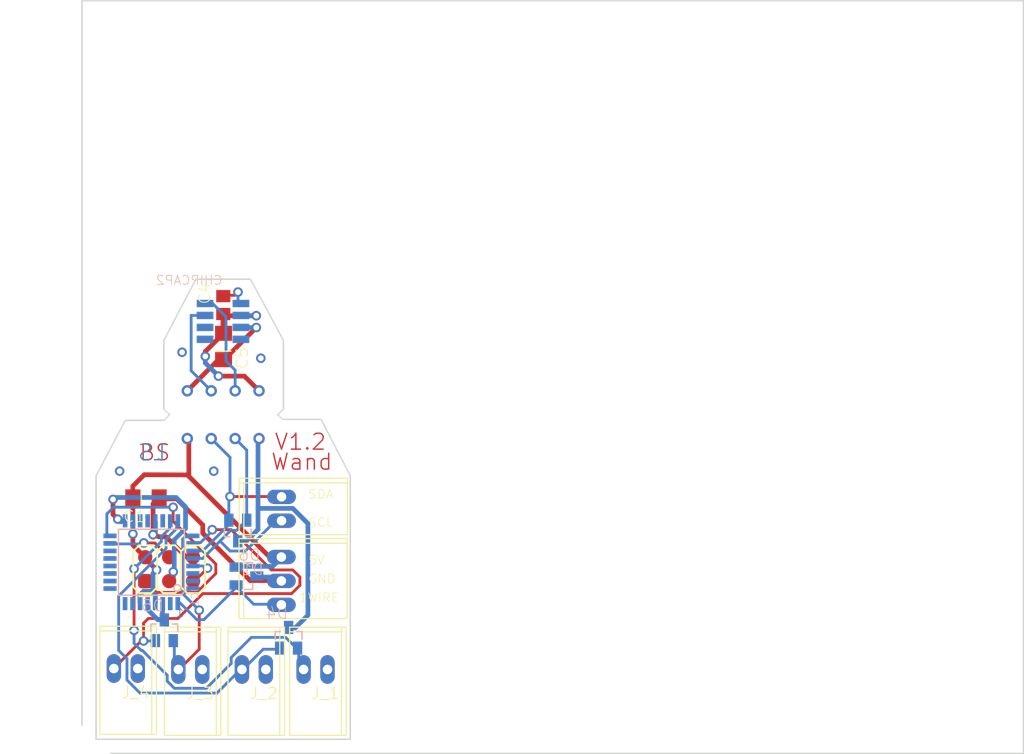
<source format=kicad_pcb>
(kicad_pcb (version 20171130) (host pcbnew "(5.0.1-dev-161-gb2b703363-dirty)+git1-1f19903-1")

  (general
    (thickness 1.6)
    (drawings 35)
    (tracks 275)
    (zones 0)
    (modules 17)
    (nets 37)
  )

  (page A4)
  (layers
    (0 Top signal)
    (31 Bottom signal)
    (32 B.Adhes user)
    (33 F.Adhes user)
    (34 B.Paste user)
    (35 F.Paste user)
    (36 B.SilkS user)
    (37 F.SilkS user)
    (38 B.Mask user)
    (39 F.Mask user)
    (40 Dwgs.User user)
    (41 Cmts.User user)
    (42 Eco1.User user)
    (43 Eco2.User user)
    (44 Edge.Cuts user)
    (45 Margin user)
    (46 B.CrtYd user)
    (47 F.CrtYd user)
    (48 B.Fab user)
    (49 F.Fab user)
  )

  (setup
    (last_trace_width 0.25)
    (trace_clearance 0.2)
    (zone_clearance 0.508)
    (zone_45_only no)
    (trace_min 0.2)
    (segment_width 0.2)
    (edge_width 0.15)
    (via_size 0.8)
    (via_drill 0.4)
    (via_min_size 0.4)
    (via_min_drill 0.3)
    (uvia_size 0.3)
    (uvia_drill 0.1)
    (uvias_allowed no)
    (uvia_min_size 0.2)
    (uvia_min_drill 0.1)
    (pcb_text_width 0.3)
    (pcb_text_size 1.5 1.5)
    (mod_edge_width 0.15)
    (mod_text_size 1 1)
    (mod_text_width 0.15)
    (pad_size 1.524 1.524)
    (pad_drill 0.762)
    (pad_to_mask_clearance 0.051)
    (solder_mask_min_width 0.25)
    (aux_axis_origin 0 0)
    (visible_elements FFFFFF7F)
    (pcbplotparams
      (layerselection 0x010fc_ffffffff)
      (usegerberextensions false)
      (usegerberattributes false)
      (usegerberadvancedattributes false)
      (creategerberjobfile false)
      (excludeedgelayer true)
      (linewidth 0.100000)
      (plotframeref false)
      (viasonmask false)
      (mode 1)
      (useauxorigin false)
      (hpglpennumber 1)
      (hpglpenspeed 20)
      (hpglpendiameter 15.000000)
      (psnegative false)
      (psa4output false)
      (plotreference true)
      (plotvalue true)
      (plotinvisibletext false)
      (padsonsilk false)
      (subtractmaskfromsilk false)
      (outputformat 1)
      (mirror false)
      (drillshape 1)
      (scaleselection 1)
      (outputdirectory ""))
  )

  (net 0 "")
  (net 1 GND)
  (net 2 "Net-(IC1-Pad32)")
  (net 3 "Net-(IC1-Pad31)")
  (net 4 "Net-(IC1-Pad30)")
  (net 5 "Net-(IC1-Pad29)")
  (net 6 /SCL)
  (net 7 /SDA)
  (net 8 /B4)
  (net 9 /B3)
  (net 10 /B2)
  (net 11 /B1)
  (net 12 "Net-(IC1-Pad22)")
  (net 13 "Net-(IC1-Pad20)")
  (net 14 "Net-(IC1-Pad19)")
  (net 15 VCC)
  (net 16 "Net-(IC1-Pad17)")
  (net 17 "Net-(IC1-Pad16)")
  (net 18 "Net-(IC1-Pad15)")
  (net 19 "Net-(IC1-Pad14)")
  (net 20 "Net-(IC1-Pad13)")
  (net 21 "Net-(IC1-Pad12)")
  (net 22 "Net-(IC1-Pad11)")
  (net 23 "Net-(IC1-Pad10)")
  (net 24 "Net-(IC1-Pad9)")
  (net 25 "Net-(IC1-Pad8)")
  (net 26 "Net-(IC1-Pad7)")
  (net 27 "Net-(IC1-Pad2)")
  (net 28 "Net-(D1-Pad1)")
  (net 29 "Net-(U$2-PadP$8)")
  (net 30 "Net-(C5-Pad+)")
  (net 31 "Net-(C4-Pad1)")
  (net 32 "Net-(C4-Pad2)")
  (net 33 "Net-(JP2-Pad3)")
  (net 34 "Net-(JP2-Pad5)")
  (net 35 "Net-(U$2-PadP$2)")
  (net 36 "Net-(U$2-PadP$1)")

  (net_class Default "This is the default net class."
    (clearance 0.2)
    (trace_width 0.25)
    (via_dia 0.8)
    (via_drill 0.4)
    (uvia_dia 0.3)
    (uvia_drill 0.1)
    (add_net /B1)
    (add_net /B2)
    (add_net /B3)
    (add_net /B4)
    (add_net /SCL)
    (add_net /SDA)
    (add_net GND)
    (add_net "Net-(C4-Pad1)")
    (add_net "Net-(C4-Pad2)")
    (add_net "Net-(C5-Pad+)")
    (add_net "Net-(D1-Pad1)")
    (add_net "Net-(IC1-Pad10)")
    (add_net "Net-(IC1-Pad11)")
    (add_net "Net-(IC1-Pad12)")
    (add_net "Net-(IC1-Pad13)")
    (add_net "Net-(IC1-Pad14)")
    (add_net "Net-(IC1-Pad15)")
    (add_net "Net-(IC1-Pad16)")
    (add_net "Net-(IC1-Pad17)")
    (add_net "Net-(IC1-Pad19)")
    (add_net "Net-(IC1-Pad2)")
    (add_net "Net-(IC1-Pad20)")
    (add_net "Net-(IC1-Pad22)")
    (add_net "Net-(IC1-Pad29)")
    (add_net "Net-(IC1-Pad30)")
    (add_net "Net-(IC1-Pad31)")
    (add_net "Net-(IC1-Pad32)")
    (add_net "Net-(IC1-Pad7)")
    (add_net "Net-(IC1-Pad8)")
    (add_net "Net-(IC1-Pad9)")
    (add_net "Net-(JP2-Pad3)")
    (add_net "Net-(JP2-Pad5)")
    (add_net "Net-(U$2-PadP$1)")
    (add_net "Net-(U$2-PadP$2)")
    (add_net "Net-(U$2-PadP$8)")
    (add_net VCC)
    (add_net XGND)
  )

  (module Temp-etc:CP1206 (layer Top) (tedit 0) (tstamp 5BAC03A0)
    (at 105.3011 117.8436 180)
    (path /D1B4F47F3BB99FBE)
    (fp_text reference C1 (at 0 -1.27 180) (layer F.SilkS)
      (effects (font (size 1.2065 1.2065) (thickness 0.1016)) (justify right top))
    )
    (fp_text value CP1206 (at 0 1.27 180) (layer F.Fab)
      (effects (font (size 1.2065 1.2065) (thickness 0.1016)) (justify right top))
    )
    (fp_line (start 0.5 -0.787) (end 0.5 0.787) (layer F.SilkS) (width 0.127))
    (fp_poly (pts (xy -0.1999 0.4001) (xy 0.1999 0.4001) (xy 0.1999 -0.4001) (xy -0.1999 -0.4001)) (layer F.Adhes) (width 0))
    (fp_poly (pts (xy 0.9517 0.8491) (xy 1.7018 0.8491) (xy 1.7018 -0.8509) (xy 0.9517 -0.8509)) (layer F.Fab) (width 0))
    (fp_poly (pts (xy -1.7018 0.8509) (xy -0.9517 0.8509) (xy -0.9517 -0.8491) (xy -1.7018 -0.8491)) (layer F.Fab) (width 0))
    (fp_line (start -0.965 0.787) (end 0.965 0.787) (layer F.Fab) (width 0.1016))
    (fp_line (start -0.965 -0.787) (end 0.965 -0.787) (layer F.Fab) (width 0.1016))
    (fp_line (start 2.473 -0.983) (end 2.473 0.983) (layer Dwgs.User) (width 0.0508))
    (fp_line (start 2.473 0.983) (end -2.473 0.983) (layer Dwgs.User) (width 0.0508))
    (fp_line (start -2.473 -0.983) (end 2.473 -0.983) (layer Dwgs.User) (width 0.0508))
    (pad + smd rect (at 1.4 0 180) (size 1.6 1.8) (layers Top F.Paste F.Mask)
      (net 15 VCC) (solder_mask_margin 0.1016))
    (pad - smd rect (at -1.4 0 180) (size 1.6 1.8) (layers Top F.Paste F.Mask)
      (net 1 GND) (solder_mask_margin 0.1016))
  )

  (module Temp-etc:SOT23 (layer Bottom) (tedit 0) (tstamp 5BAC03AE)
    (at 115.9711 126.1536 90)
    (descr <B>DIODE</B>)
    (path /BE5F3F048D141E84)
    (fp_text reference D1 (at 0 1.905 180) (layer B.SilkS)
      (effects (font (size 1.2065 1.2065) (thickness 0.09652)) (justify left bottom mirror))
    )
    (fp_text value ESD_DIODES (at 0 -1.905 90) (layer B.Fab) hide
      (effects (font (size 1.2065 1.2065) (thickness 0.1016)) (justify top mirror))
    )
    (fp_poly (pts (xy -1.1684 -1.2954) (xy -0.7112 -1.2954) (xy -0.7112 -0.7112) (xy -1.1684 -0.7112)) (layer B.Fab) (width 0))
    (fp_poly (pts (xy 0.7112 -1.2954) (xy 1.1684 -1.2954) (xy 1.1684 -0.7112) (xy 0.7112 -0.7112)) (layer B.Fab) (width 0))
    (fp_poly (pts (xy -0.2286 0.7112) (xy 0.2286 0.7112) (xy 0.2286 1.2954) (xy -0.2286 1.2954)) (layer B.Fab) (width 0))
    (fp_line (start 0.8636 0.6604) (end 1.4224 0.6604) (layer B.SilkS) (width 0.1524))
    (fp_line (start 1.4224 0.6604) (end 1.4224 -0.1524) (layer B.SilkS) (width 0.1524))
    (fp_line (start -1.4224 0.6604) (end -0.8636 0.6604) (layer B.SilkS) (width 0.1524))
    (fp_line (start -1.4224 -0.1524) (end -1.4224 0.6604) (layer B.SilkS) (width 0.1524))
    (fp_line (start -1.4224 0.6604) (end 1.4224 0.6604) (layer B.Fab) (width 0.1524))
    (fp_line (start -1.4224 -0.6604) (end -1.4224 0.6604) (layer B.Fab) (width 0.1524))
    (fp_line (start 1.4224 -0.6604) (end -1.4224 -0.6604) (layer B.Fab) (width 0.1524))
    (fp_line (start 1.4224 0.6604) (end 1.4224 -0.6604) (layer B.Fab) (width 0.1524))
    (pad 1 smd rect (at -0.95 -1.1 90) (size 1 1.4) (layers Bottom B.Paste B.Mask)
      (net 28 "Net-(D1-Pad1)") (solder_mask_margin 0.1016))
    (pad 2 smd rect (at 0.95 -1.1 90) (size 1 1.4) (layers Bottom B.Paste B.Mask)
      (net 15 VCC) (solder_mask_margin 0.1016))
    (pad 3 smd rect (at 0 1.1 90) (size 1 1.4) (layers Bottom B.Paste B.Mask)
      (net 1 GND) (solder_mask_margin 0.1016))
  )

  (module Temp-etc:SOT23 (layer Bottom) (tedit 0) (tstamp 5BAC03BF)
    (at 120.4511 132.7136 180)
    (descr <B>DIODE</B>)
    (path /378136B8DCE5EB0D)
    (fp_text reference D4 (at 0 1.905) (layer B.SilkS)
      (effects (font (size 1.2065 1.2065) (thickness 0.09652)) (justify left bottom mirror))
    )
    (fp_text value ESD_DIODES (at 0 -1.905 180) (layer B.Fab) hide
      (effects (font (size 1.2065 1.2065) (thickness 0.1016)) (justify top mirror))
    )
    (fp_poly (pts (xy -1.1684 -1.2954) (xy -0.7112 -1.2954) (xy -0.7112 -0.7112) (xy -1.1684 -0.7112)) (layer B.Fab) (width 0))
    (fp_poly (pts (xy 0.7112 -1.2954) (xy 1.1684 -1.2954) (xy 1.1684 -0.7112) (xy 0.7112 -0.7112)) (layer B.Fab) (width 0))
    (fp_poly (pts (xy -0.2286 0.7112) (xy 0.2286 0.7112) (xy 0.2286 1.2954) (xy -0.2286 1.2954)) (layer B.Fab) (width 0))
    (fp_line (start 0.8636 0.6604) (end 1.4224 0.6604) (layer B.SilkS) (width 0.1524))
    (fp_line (start 1.4224 0.6604) (end 1.4224 -0.1524) (layer B.SilkS) (width 0.1524))
    (fp_line (start -1.4224 0.6604) (end -0.8636 0.6604) (layer B.SilkS) (width 0.1524))
    (fp_line (start -1.4224 -0.1524) (end -1.4224 0.6604) (layer B.SilkS) (width 0.1524))
    (fp_line (start -1.4224 0.6604) (end 1.4224 0.6604) (layer B.Fab) (width 0.1524))
    (fp_line (start -1.4224 -0.6604) (end -1.4224 0.6604) (layer B.Fab) (width 0.1524))
    (fp_line (start 1.4224 -0.6604) (end -1.4224 -0.6604) (layer B.Fab) (width 0.1524))
    (fp_line (start 1.4224 0.6604) (end 1.4224 -0.6604) (layer B.Fab) (width 0.1524))
    (pad 1 smd rect (at -0.95 -1.1 180) (size 1 1.4) (layers Bottom B.Paste B.Mask)
      (net 11 /B1) (solder_mask_margin 0.1016))
    (pad 2 smd rect (at 0.95 -1.1 180) (size 1 1.4) (layers Bottom B.Paste B.Mask)
      (net 10 /B2) (solder_mask_margin 0.1016))
    (pad 3 smd rect (at 0 1.1 180) (size 1 1.4) (layers Bottom B.Paste B.Mask)
      (net 1 GND) (solder_mask_margin 0.1016))
  )

  (module Temp-etc:SOT23 (layer Bottom) (tedit 0) (tstamp 5BAC03D0)
    (at 107.2511 131.9136 180)
    (descr <B>DIODE</B>)
    (path /E8A02D8F73B70CE6)
    (fp_text reference D5 (at 0 1.905) (layer B.SilkS)
      (effects (font (size 1.2065 1.2065) (thickness 0.09652)) (justify left bottom mirror))
    )
    (fp_text value ESD_DIODES (at 0 -1.905 180) (layer B.Fab) hide
      (effects (font (size 1.2065 1.2065) (thickness 0.1016)) (justify top mirror))
    )
    (fp_poly (pts (xy -1.1684 -1.2954) (xy -0.7112 -1.2954) (xy -0.7112 -0.7112) (xy -1.1684 -0.7112)) (layer B.Fab) (width 0))
    (fp_poly (pts (xy 0.7112 -1.2954) (xy 1.1684 -1.2954) (xy 1.1684 -0.7112) (xy 0.7112 -0.7112)) (layer B.Fab) (width 0))
    (fp_poly (pts (xy -0.2286 0.7112) (xy 0.2286 0.7112) (xy 0.2286 1.2954) (xy -0.2286 1.2954)) (layer B.Fab) (width 0))
    (fp_line (start 0.8636 0.6604) (end 1.4224 0.6604) (layer B.SilkS) (width 0.1524))
    (fp_line (start 1.4224 0.6604) (end 1.4224 -0.1524) (layer B.SilkS) (width 0.1524))
    (fp_line (start -1.4224 0.6604) (end -0.8636 0.6604) (layer B.SilkS) (width 0.1524))
    (fp_line (start -1.4224 -0.1524) (end -1.4224 0.6604) (layer B.SilkS) (width 0.1524))
    (fp_line (start -1.4224 0.6604) (end 1.4224 0.6604) (layer B.Fab) (width 0.1524))
    (fp_line (start -1.4224 -0.6604) (end -1.4224 0.6604) (layer B.Fab) (width 0.1524))
    (fp_line (start 1.4224 -0.6604) (end -1.4224 -0.6604) (layer B.Fab) (width 0.1524))
    (fp_line (start 1.4224 0.6604) (end 1.4224 -0.6604) (layer B.Fab) (width 0.1524))
    (pad 1 smd rect (at -0.95 -1.1 180) (size 1 1.4) (layers Bottom B.Paste B.Mask)
      (net 9 /B3) (solder_mask_margin 0.1016))
    (pad 2 smd rect (at 0.95 -1.1 180) (size 1 1.4) (layers Bottom B.Paste B.Mask)
      (net 8 /B4) (solder_mask_margin 0.1016))
    (pad 3 smd rect (at 0 1.1 180) (size 1 1.4) (layers Bottom B.Paste B.Mask)
      (net 1 GND) (solder_mask_margin 0.1016))
  )

  (module Temp-etc:SOT23 (layer Bottom) (tedit 0) (tstamp 5BAC03E1)
    (at 115.0511 121.3136)
    (descr <B>DIODE</B>)
    (path /E2AFE3A10CA8CD4D)
    (fp_text reference D6 (at 0 1.905) (layer B.SilkS)
      (effects (font (size 1.2065 1.2065) (thickness 0.09652)) (justify right top mirror))
    )
    (fp_text value ESD_DIODES (at 0 -1.905) (layer B.Fab) hide
      (effects (font (size 1.2065 1.2065) (thickness 0.1016)) (justify top mirror))
    )
    (fp_poly (pts (xy -1.1684 -1.2954) (xy -0.7112 -1.2954) (xy -0.7112 -0.7112) (xy -1.1684 -0.7112)) (layer B.Fab) (width 0))
    (fp_poly (pts (xy 0.7112 -1.2954) (xy 1.1684 -1.2954) (xy 1.1684 -0.7112) (xy 0.7112 -0.7112)) (layer B.Fab) (width 0))
    (fp_poly (pts (xy -0.2286 0.7112) (xy 0.2286 0.7112) (xy 0.2286 1.2954) (xy -0.2286 1.2954)) (layer B.Fab) (width 0))
    (fp_line (start 0.8636 0.6604) (end 1.4224 0.6604) (layer B.SilkS) (width 0.1524))
    (fp_line (start 1.4224 0.6604) (end 1.4224 -0.1524) (layer B.SilkS) (width 0.1524))
    (fp_line (start -1.4224 0.6604) (end -0.8636 0.6604) (layer B.SilkS) (width 0.1524))
    (fp_line (start -1.4224 -0.1524) (end -1.4224 0.6604) (layer B.SilkS) (width 0.1524))
    (fp_line (start -1.4224 0.6604) (end 1.4224 0.6604) (layer B.Fab) (width 0.1524))
    (fp_line (start -1.4224 -0.6604) (end -1.4224 0.6604) (layer B.Fab) (width 0.1524))
    (fp_line (start 1.4224 -0.6604) (end -1.4224 -0.6604) (layer B.Fab) (width 0.1524))
    (fp_line (start 1.4224 0.6604) (end 1.4224 -0.6604) (layer B.Fab) (width 0.1524))
    (pad 1 smd rect (at -0.95 -1.1) (size 1 1.4) (layers Bottom B.Paste B.Mask)
      (net 7 /SDA) (solder_mask_margin 0.1016))
    (pad 2 smd rect (at 0.95 -1.1) (size 1 1.4) (layers Bottom B.Paste B.Mask)
      (net 6 /SCL) (solder_mask_margin 0.1016))
    (pad 3 smd rect (at 0 1.1) (size 1 1.4) (layers Bottom B.Paste B.Mask)
      (net 1 GND) (solder_mask_margin 0.1016))
  )

  (module Temp-etc:TQFP32-08 (layer Bottom) (tedit 0) (tstamp 5BAC03F2)
    (at 105.8811 124.6836 90)
    (descr "<B>Thin Plasic Quad Flat Package</B> Grid 0.8 mm")
    (path /7C8C299E06F92037)
    (fp_text reference IC1 (at -2.7686 5.08 90) (layer B.SilkS)
      (effects (font (size 0.77216 0.77216) (thickness 0.061772)) (justify left bottom mirror))
    )
    (fp_text value MEGA8-PTQFP (at -3.0226 -1.27 90) (layer B.Fab)
      (effects (font (size 0.77216 0.77216) (thickness 0.061772)) (justify left bottom mirror))
    )
    (fp_poly (pts (xy -3.0286 3.556) (xy -2.5714 3.556) (xy -2.5714 4.5466) (xy -3.0286 4.5466)) (layer B.Fab) (width 0))
    (fp_poly (pts (xy -2.2286 3.556) (xy -1.7714 3.556) (xy -1.7714 4.5466) (xy -2.2286 4.5466)) (layer B.Fab) (width 0))
    (fp_poly (pts (xy -1.4286 3.556) (xy -0.9714 3.556) (xy -0.9714 4.5466) (xy -1.4286 4.5466)) (layer B.Fab) (width 0))
    (fp_poly (pts (xy -0.6286 3.556) (xy -0.1714 3.556) (xy -0.1714 4.5466) (xy -0.6286 4.5466)) (layer B.Fab) (width 0))
    (fp_poly (pts (xy 0.1714 3.556) (xy 0.6286 3.556) (xy 0.6286 4.5466) (xy 0.1714 4.5466)) (layer B.Fab) (width 0))
    (fp_poly (pts (xy 0.9714 3.556) (xy 1.4286 3.556) (xy 1.4286 4.5466) (xy 0.9714 4.5466)) (layer B.Fab) (width 0))
    (fp_poly (pts (xy 1.7714 3.556) (xy 2.2286 3.556) (xy 2.2286 4.5466) (xy 1.7714 4.5466)) (layer B.Fab) (width 0))
    (fp_poly (pts (xy 2.5714 3.556) (xy 3.0286 3.556) (xy 3.0286 4.5466) (xy 2.5714 4.5466)) (layer B.Fab) (width 0))
    (fp_poly (pts (xy 3.556 2.5714) (xy 4.5466 2.5714) (xy 4.5466 3.0286) (xy 3.556 3.0286)) (layer B.Fab) (width 0))
    (fp_poly (pts (xy 3.556 1.7714) (xy 4.5466 1.7714) (xy 4.5466 2.2286) (xy 3.556 2.2286)) (layer B.Fab) (width 0))
    (fp_poly (pts (xy 3.556 0.9714) (xy 4.5466 0.9714) (xy 4.5466 1.4286) (xy 3.556 1.4286)) (layer B.Fab) (width 0))
    (fp_poly (pts (xy 3.556 0.1714) (xy 4.5466 0.1714) (xy 4.5466 0.6286) (xy 3.556 0.6286)) (layer B.Fab) (width 0))
    (fp_poly (pts (xy 3.556 -0.6286) (xy 4.5466 -0.6286) (xy 4.5466 -0.1714) (xy 3.556 -0.1714)) (layer B.Fab) (width 0))
    (fp_poly (pts (xy 3.556 -1.4286) (xy 4.5466 -1.4286) (xy 4.5466 -0.9714) (xy 3.556 -0.9714)) (layer B.Fab) (width 0))
    (fp_poly (pts (xy 3.556 -2.2286) (xy 4.5466 -2.2286) (xy 4.5466 -1.7714) (xy 3.556 -1.7714)) (layer B.Fab) (width 0))
    (fp_poly (pts (xy 3.556 -3.0286) (xy 4.5466 -3.0286) (xy 4.5466 -2.5714) (xy 3.556 -2.5714)) (layer B.Fab) (width 0))
    (fp_poly (pts (xy 2.5714 -4.5466) (xy 3.0286 -4.5466) (xy 3.0286 -3.556) (xy 2.5714 -3.556)) (layer B.Fab) (width 0))
    (fp_poly (pts (xy 1.7714 -4.5466) (xy 2.2286 -4.5466) (xy 2.2286 -3.556) (xy 1.7714 -3.556)) (layer B.Fab) (width 0))
    (fp_poly (pts (xy 0.9714 -4.5466) (xy 1.4286 -4.5466) (xy 1.4286 -3.556) (xy 0.9714 -3.556)) (layer B.Fab) (width 0))
    (fp_poly (pts (xy 0.1714 -4.5466) (xy 0.6286 -4.5466) (xy 0.6286 -3.556) (xy 0.1714 -3.556)) (layer B.Fab) (width 0))
    (fp_poly (pts (xy -0.6286 -4.5466) (xy -0.1714 -4.5466) (xy -0.1714 -3.556) (xy -0.6286 -3.556)) (layer B.Fab) (width 0))
    (fp_poly (pts (xy -1.4286 -4.5466) (xy -0.9714 -4.5466) (xy -0.9714 -3.556) (xy -1.4286 -3.556)) (layer B.Fab) (width 0))
    (fp_poly (pts (xy -2.2286 -4.5466) (xy -1.7714 -4.5466) (xy -1.7714 -3.556) (xy -2.2286 -3.556)) (layer B.Fab) (width 0))
    (fp_poly (pts (xy -3.0286 -4.5466) (xy -2.5714 -4.5466) (xy -2.5714 -3.556) (xy -3.0286 -3.556)) (layer B.Fab) (width 0))
    (fp_poly (pts (xy -4.5466 -3.0286) (xy -3.556 -3.0286) (xy -3.556 -2.5714) (xy -4.5466 -2.5714)) (layer B.Fab) (width 0))
    (fp_poly (pts (xy -4.5466 -2.2286) (xy -3.556 -2.2286) (xy -3.556 -1.7714) (xy -4.5466 -1.7714)) (layer B.Fab) (width 0))
    (fp_poly (pts (xy -4.5466 -1.4286) (xy -3.556 -1.4286) (xy -3.556 -0.9714) (xy -4.5466 -0.9714)) (layer B.Fab) (width 0))
    (fp_poly (pts (xy -4.5466 -0.6286) (xy -3.556 -0.6286) (xy -3.556 -0.1714) (xy -4.5466 -0.1714)) (layer B.Fab) (width 0))
    (fp_poly (pts (xy -4.5466 0.1714) (xy -3.556 0.1714) (xy -3.556 0.6286) (xy -4.5466 0.6286)) (layer B.Fab) (width 0))
    (fp_poly (pts (xy -4.5466 0.9714) (xy -3.556 0.9714) (xy -3.556 1.4286) (xy -4.5466 1.4286)) (layer B.Fab) (width 0))
    (fp_poly (pts (xy -4.5466 1.7714) (xy -3.556 1.7714) (xy -3.556 2.2286) (xy -4.5466 2.2286)) (layer B.Fab) (width 0))
    (fp_poly (pts (xy -4.5466 2.5714) (xy -3.556 2.5714) (xy -3.556 3.0286) (xy -4.5466 3.0286)) (layer B.Fab) (width 0))
    (fp_circle (center -2.7432 2.7432) (end -2.384 2.7432) (layer B.SilkS) (width 0.1524))
    (fp_line (start -3.15 3.505) (end -3.505 3.15) (layer B.SilkS) (width 0.1524))
    (fp_line (start -3.15 3.505) (end 3.505 3.505) (layer B.SilkS) (width 0.1524))
    (fp_line (start -3.505 -3.505) (end -3.505 3.15) (layer B.SilkS) (width 0.1524))
    (fp_line (start 3.505 -3.505) (end -3.505 -3.505) (layer B.SilkS) (width 0.1524))
    (fp_line (start 3.505 3.505) (end 3.505 -3.505) (layer B.SilkS) (width 0.1524))
    (pad 32 smd rect (at -2.8 4.4 90) (size 0.5 1.4) (layers Bottom B.Paste B.Mask)
      (net 2 "Net-(IC1-Pad32)") (solder_mask_margin 0.1016))
    (pad 31 smd rect (at -2 4.4 90) (size 0.5 1.4) (layers Bottom B.Paste B.Mask)
      (net 3 "Net-(IC1-Pad31)") (solder_mask_margin 0.1016))
    (pad 30 smd rect (at -1.2 4.4 90) (size 0.5 1.4) (layers Bottom B.Paste B.Mask)
      (net 4 "Net-(IC1-Pad30)") (solder_mask_margin 0.1016))
    (pad 29 smd rect (at -0.4 4.4 90) (size 0.5 1.4) (layers Bottom B.Paste B.Mask)
      (net 5 "Net-(IC1-Pad29)") (solder_mask_margin 0.1016))
    (pad 28 smd rect (at 0.4 4.4 90) (size 0.5 1.4) (layers Bottom B.Paste B.Mask)
      (net 6 /SCL) (solder_mask_margin 0.1016))
    (pad 27 smd rect (at 1.2 4.4 90) (size 0.5 1.4) (layers Bottom B.Paste B.Mask)
      (net 7 /SDA) (solder_mask_margin 0.1016))
    (pad 26 smd rect (at 2 4.4 90) (size 0.5 1.4) (layers Bottom B.Paste B.Mask)
      (net 8 /B4) (solder_mask_margin 0.1016))
    (pad 25 smd rect (at 2.8 4.4 90) (size 0.5 1.4) (layers Bottom B.Paste B.Mask)
      (net 9 /B3) (solder_mask_margin 0.1016))
    (pad 24 smd rect (at 4.4 2.8 90) (size 1.4 0.5) (layers Bottom B.Paste B.Mask)
      (net 10 /B2) (solder_mask_margin 0.1016))
    (pad 23 smd rect (at 4.4 2 90) (size 1.4 0.5) (layers Bottom B.Paste B.Mask)
      (net 11 /B1) (solder_mask_margin 0.1016))
    (pad 22 smd rect (at 4.4 1.2 90) (size 1.4 0.5) (layers Bottom B.Paste B.Mask)
      (net 12 "Net-(IC1-Pad22)") (solder_mask_margin 0.1016))
    (pad 21 smd rect (at 4.4 0.4 90) (size 1.4 0.5) (layers Bottom B.Paste B.Mask)
      (net 1 GND) (solder_mask_margin 0.1016))
    (pad 20 smd rect (at 4.4 -0.4 90) (size 1.4 0.5) (layers Bottom B.Paste B.Mask)
      (net 13 "Net-(IC1-Pad20)") (solder_mask_margin 0.1016))
    (pad 19 smd rect (at 4.4 -1.2 90) (size 1.4 0.5) (layers Bottom B.Paste B.Mask)
      (net 14 "Net-(IC1-Pad19)") (solder_mask_margin 0.1016))
    (pad 18 smd rect (at 4.4 -2 90) (size 1.4 0.5) (layers Bottom B.Paste B.Mask)
      (net 15 VCC) (solder_mask_margin 0.1016))
    (pad 17 smd rect (at 4.4 -2.8 90) (size 1.4 0.5) (layers Bottom B.Paste B.Mask)
      (net 16 "Net-(IC1-Pad17)") (solder_mask_margin 0.1016))
    (pad 16 smd rect (at 2.8 -4.4 90) (size 0.5 1.4) (layers Bottom B.Paste B.Mask)
      (net 17 "Net-(IC1-Pad16)") (solder_mask_margin 0.1016))
    (pad 15 smd rect (at 2 -4.4 90) (size 0.5 1.4) (layers Bottom B.Paste B.Mask)
      (net 18 "Net-(IC1-Pad15)") (solder_mask_margin 0.1016))
    (pad 14 smd rect (at 1.2 -4.4 90) (size 0.5 1.4) (layers Bottom B.Paste B.Mask)
      (net 19 "Net-(IC1-Pad14)") (solder_mask_margin 0.1016))
    (pad 13 smd rect (at 0.4 -4.4 90) (size 0.5 1.4) (layers Bottom B.Paste B.Mask)
      (net 20 "Net-(IC1-Pad13)") (solder_mask_margin 0.1016))
    (pad 12 smd rect (at -0.4 -4.4 90) (size 0.5 1.4) (layers Bottom B.Paste B.Mask)
      (net 21 "Net-(IC1-Pad12)") (solder_mask_margin 0.1016))
    (pad 11 smd rect (at -1.2 -4.4 90) (size 0.5 1.4) (layers Bottom B.Paste B.Mask)
      (net 22 "Net-(IC1-Pad11)") (solder_mask_margin 0.1016))
    (pad 10 smd rect (at -2 -4.4 90) (size 0.5 1.4) (layers Bottom B.Paste B.Mask)
      (net 23 "Net-(IC1-Pad10)") (solder_mask_margin 0.1016))
    (pad 9 smd rect (at -2.8 -4.4 90) (size 0.5 1.4) (layers Bottom B.Paste B.Mask)
      (net 24 "Net-(IC1-Pad9)") (solder_mask_margin 0.1016))
    (pad 8 smd rect (at -4.4 -2.8 90) (size 1.4 0.5) (layers Bottom B.Paste B.Mask)
      (net 25 "Net-(IC1-Pad8)") (solder_mask_margin 0.1016))
    (pad 7 smd rect (at -4.4 -2 90) (size 1.4 0.5) (layers Bottom B.Paste B.Mask)
      (net 26 "Net-(IC1-Pad7)") (solder_mask_margin 0.1016))
    (pad 6 smd rect (at -4.4 -1.2 90) (size 1.4 0.5) (layers Bottom B.Paste B.Mask)
      (net 15 VCC) (solder_mask_margin 0.1016))
    (pad 5 smd rect (at -4.4 -0.4 90) (size 1.4 0.5) (layers Bottom B.Paste B.Mask)
      (net 1 GND) (solder_mask_margin 0.1016))
    (pad 4 smd rect (at -4.4 0.4 90) (size 1.4 0.5) (layers Bottom B.Paste B.Mask)
      (net 15 VCC) (solder_mask_margin 0.1016))
    (pad 3 smd rect (at -4.4 1.2 90) (size 1.4 0.5) (layers Bottom B.Paste B.Mask)
      (net 1 GND) (solder_mask_margin 0.1016))
    (pad 2 smd rect (at -4.4 2 90) (size 1.4 0.5) (layers Bottom B.Paste B.Mask)
      (net 27 "Net-(IC1-Pad2)") (solder_mask_margin 0.1016))
    (pad 1 smd rect (at -4.4 2.8 90) (size 1.4 0.5) (layers Bottom B.Paste B.Mask)
      (net 28 "Net-(D1-Pad1)") (solder_mask_margin 0.1016))
  )

  (module Temp-etc:1X02_GN (layer Top) (tedit 0) (tstamp 5BAC043B)
    (at 110.0111 136.0836 180)
    (path /716E6467FFEA9CD9)
    (fp_text reference J_3 (at -2.6162 -1.8288) (layer F.SilkS)
      (effects (font (size 1.2065 1.2065) (thickness 0.12065)) (justify right top))
    )
    (fp_text value PINHD-1X2LEVER (at -2.54 3.175) (layer F.Fab)
      (effects (font (size 1.2065 1.2065) (thickness 0.09652)) (justify right top))
    )
    (fp_line (start -2.75 4) (end 2.75 4) (layer F.SilkS) (width 0.127))
    (fp_line (start -3.25 4.5) (end -2.75 4.5) (layer F.SilkS) (width 0.127))
    (fp_line (start -3.25 -7) (end -3.25 4.5) (layer F.SilkS) (width 0.127))
    (fp_line (start -2.75 -7) (end -3.25 -7) (layer F.SilkS) (width 0.127))
    (fp_line (start 2.75 -7) (end -2.75 -7) (layer F.SilkS) (width 0.127))
    (fp_line (start 2.75 4) (end 2.75 -7) (layer F.SilkS) (width 0.127))
    (fp_line (start 2.75 4.5) (end 2.75 4) (layer F.SilkS) (width 0.127))
    (fp_line (start -2.75 4.5) (end 2.75 4.5) (layer F.SilkS) (width 0.127))
    (fp_line (start -2.75 4) (end -2.75 4.5) (layer F.SilkS) (width 0.127))
    (fp_line (start -2.75 -7) (end -2.75 4) (layer F.SilkS) (width 0.127))
    (fp_poly (pts (xy 1.016 0.254) (xy 1.524 0.254) (xy 1.524 -0.254) (xy 1.016 -0.254)) (layer F.Fab) (width 0))
    (fp_poly (pts (xy -1.524 0.254) (xy -1.016 0.254) (xy -1.016 -0.254) (xy -1.524 -0.254)) (layer F.Fab) (width 0))
    (pad 2 thru_hole oval (at 1.27 0 270) (size 3.048 1.524) (drill 1.016) (layers *.Cu *.Mask)
      (net 9 /B3) (solder_mask_margin 0.1016))
    (pad 1 thru_hole oval (at -1.27 0 270) (size 3.048 1.524) (drill 1.016) (layers *.Cu *.Mask)
      (net 1 GND) (solder_mask_margin 0.1016))
  )

  (module Temp-etc:1X02_GN (layer Top) (tedit 0) (tstamp 5BAC044C)
    (at 103.1611 135.9836 180)
    (path /5B07CB08CA28A2A9)
    (fp_text reference J_4 (at -2.6162 -1.8288) (layer F.SilkS)
      (effects (font (size 1.2065 1.2065) (thickness 0.12065)) (justify right top))
    )
    (fp_text value PINHD-1X2LEVER (at -2.54 3.175) (layer F.Fab)
      (effects (font (size 1.2065 1.2065) (thickness 0.09652)) (justify right top))
    )
    (fp_line (start -2.75 4) (end 2.75 4) (layer F.SilkS) (width 0.127))
    (fp_line (start -3.25 4.5) (end -2.75 4.5) (layer F.SilkS) (width 0.127))
    (fp_line (start -3.25 -7) (end -3.25 4.5) (layer F.SilkS) (width 0.127))
    (fp_line (start -2.75 -7) (end -3.25 -7) (layer F.SilkS) (width 0.127))
    (fp_line (start 2.75 -7) (end -2.75 -7) (layer F.SilkS) (width 0.127))
    (fp_line (start 2.75 4) (end 2.75 -7) (layer F.SilkS) (width 0.127))
    (fp_line (start 2.75 4.5) (end 2.75 4) (layer F.SilkS) (width 0.127))
    (fp_line (start -2.75 4.5) (end 2.75 4.5) (layer F.SilkS) (width 0.127))
    (fp_line (start -2.75 4) (end -2.75 4.5) (layer F.SilkS) (width 0.127))
    (fp_line (start -2.75 -7) (end -2.75 4) (layer F.SilkS) (width 0.127))
    (fp_poly (pts (xy 1.016 0.254) (xy 1.524 0.254) (xy 1.524 -0.254) (xy 1.016 -0.254)) (layer F.Fab) (width 0))
    (fp_poly (pts (xy -1.524 0.254) (xy -1.016 0.254) (xy -1.016 -0.254) (xy -1.524 -0.254)) (layer F.Fab) (width 0))
    (pad 2 thru_hole oval (at 1.27 0 270) (size 3.048 1.524) (drill 1.016) (layers *.Cu *.Mask)
      (net 8 /B4) (solder_mask_margin 0.1016))
    (pad 1 thru_hole oval (at -1.27 0 270) (size 3.048 1.524) (drill 1.016) (layers *.Cu *.Mask)
      (net 1 GND) (solder_mask_margin 0.1016))
  )

  (module Temp-etc:1X02_GN (layer Top) (tedit 0) (tstamp 5BAC045D)
    (at 123.3111 136.0836 180)
    (path /1B732CD1D73060BF)
    (fp_text reference J_1 (at -2.6162 -1.8288) (layer F.SilkS)
      (effects (font (size 1.2065 1.2065) (thickness 0.12065)) (justify right top))
    )
    (fp_text value PINHD-1X2LEVER (at -2.54 3.175) (layer F.Fab)
      (effects (font (size 1.2065 1.2065) (thickness 0.09652)) (justify right top))
    )
    (fp_line (start -2.75 4) (end 2.75 4) (layer F.SilkS) (width 0.127))
    (fp_line (start -3.25 4.5) (end -2.75 4.5) (layer F.SilkS) (width 0.127))
    (fp_line (start -3.25 -7) (end -3.25 4.5) (layer F.SilkS) (width 0.127))
    (fp_line (start -2.75 -7) (end -3.25 -7) (layer F.SilkS) (width 0.127))
    (fp_line (start 2.75 -7) (end -2.75 -7) (layer F.SilkS) (width 0.127))
    (fp_line (start 2.75 4) (end 2.75 -7) (layer F.SilkS) (width 0.127))
    (fp_line (start 2.75 4.5) (end 2.75 4) (layer F.SilkS) (width 0.127))
    (fp_line (start -2.75 4.5) (end 2.75 4.5) (layer F.SilkS) (width 0.127))
    (fp_line (start -2.75 4) (end -2.75 4.5) (layer F.SilkS) (width 0.127))
    (fp_line (start -2.75 -7) (end -2.75 4) (layer F.SilkS) (width 0.127))
    (fp_poly (pts (xy 1.016 0.254) (xy 1.524 0.254) (xy 1.524 -0.254) (xy 1.016 -0.254)) (layer F.Fab) (width 0))
    (fp_poly (pts (xy -1.524 0.254) (xy -1.016 0.254) (xy -1.016 -0.254) (xy -1.524 -0.254)) (layer F.Fab) (width 0))
    (pad 2 thru_hole oval (at 1.27 0 270) (size 3.048 1.524) (drill 1.016) (layers *.Cu *.Mask)
      (net 11 /B1) (solder_mask_margin 0.1016))
    (pad 1 thru_hole oval (at -1.27 0 270) (size 3.048 1.524) (drill 1.016) (layers *.Cu *.Mask)
      (net 1 GND) (solder_mask_margin 0.1016))
  )

  (module Temp-etc:1X02_GN (layer Top) (tedit 0) (tstamp 5BAC046E)
    (at 116.7611 136.0836 180)
    (path /B1F25BC5DD6EAB82)
    (fp_text reference J_2 (at -2.6162 -1.8288) (layer F.SilkS)
      (effects (font (size 1.2065 1.2065) (thickness 0.12065)) (justify right top))
    )
    (fp_text value PINHD-1X2LEVER (at -2.54 3.175) (layer F.Fab)
      (effects (font (size 1.2065 1.2065) (thickness 0.09652)) (justify right top))
    )
    (fp_line (start -2.75 4) (end 2.75 4) (layer F.SilkS) (width 0.127))
    (fp_line (start -3.25 4.5) (end -2.75 4.5) (layer F.SilkS) (width 0.127))
    (fp_line (start -3.25 -7) (end -3.25 4.5) (layer F.SilkS) (width 0.127))
    (fp_line (start -2.75 -7) (end -3.25 -7) (layer F.SilkS) (width 0.127))
    (fp_line (start 2.75 -7) (end -2.75 -7) (layer F.SilkS) (width 0.127))
    (fp_line (start 2.75 4) (end 2.75 -7) (layer F.SilkS) (width 0.127))
    (fp_line (start 2.75 4.5) (end 2.75 4) (layer F.SilkS) (width 0.127))
    (fp_line (start -2.75 4.5) (end 2.75 4.5) (layer F.SilkS) (width 0.127))
    (fp_line (start -2.75 4) (end -2.75 4.5) (layer F.SilkS) (width 0.127))
    (fp_line (start -2.75 -7) (end -2.75 4) (layer F.SilkS) (width 0.127))
    (fp_poly (pts (xy 1.016 0.254) (xy 1.524 0.254) (xy 1.524 -0.254) (xy 1.016 -0.254)) (layer F.Fab) (width 0))
    (fp_poly (pts (xy -1.524 0.254) (xy -1.016 0.254) (xy -1.016 -0.254) (xy -1.524 -0.254)) (layer F.Fab) (width 0))
    (pad 2 thru_hole oval (at 1.27 0 270) (size 3.048 1.524) (drill 1.016) (layers *.Cu *.Mask)
      (net 10 /B2) (solder_mask_margin 0.1016))
    (pad 1 thru_hole oval (at -1.27 0 270) (size 3.048 1.524) (drill 1.016) (layers *.Cu *.Mask)
      (net 1 GND) (solder_mask_margin 0.1016))
  )

  (module Temp-etc:2X3_PAD (layer Top) (tedit 0) (tstamp 5BAC047F)
    (at 107.7611 125.4236)
    (descr "Programming pads")
    (path /850A8AB0BABD3B23)
    (fp_text reference U$1 (at -3.81 -3.175) (layer F.SilkS) hide
      (effects (font (size 1.2065 1.2065) (thickness 0.127)) (justify left bottom))
    )
    (fp_text value AVR_SPI_PRG_6PAD (at -3.81 4.445) (layer F.Fab) hide
      (effects (font (size 1.2065 1.2065) (thickness 0.1016)) (justify left bottom))
    )
    (fp_line (start -1.905 2.875) (end -3.175 2.875) (layer F.SilkS) (width 0.2032))
    (fp_line (start -3.175 2.54) (end -1.905 2.54) (layer F.SilkS) (width 0.2032))
    (fp_line (start -0.635 2.54) (end 0.635 2.54) (layer F.SilkS) (width 0.2032))
    (fp_line (start 1.905 2.54) (end 3.175 2.54) (layer F.SilkS) (width 0.2032))
    (fp_line (start 3.81 -1.905) (end 3.81 1.905) (layer F.SilkS) (width 0.2032))
    (fp_line (start 1.27 -1.905) (end 1.27 1.905) (layer F.SilkS) (width 0.2032))
    (fp_line (start -1.27 -1.905) (end -1.27 1.905) (layer F.SilkS) (width 0.2032))
    (fp_line (start 3.175 -2.54) (end 3.81 -1.905) (layer F.SilkS) (width 0.2032))
    (fp_line (start 1.905 -2.54) (end 3.175 -2.54) (layer F.SilkS) (width 0.2032))
    (fp_line (start 1.27 -1.905) (end 1.905 -2.54) (layer F.SilkS) (width 0.2032))
    (fp_line (start 0.635 -2.54) (end 1.27 -1.905) (layer F.SilkS) (width 0.2032))
    (fp_line (start -0.635 -2.54) (end 0.635 -2.54) (layer F.SilkS) (width 0.2032))
    (fp_line (start -1.27 -1.905) (end -0.635 -2.54) (layer F.SilkS) (width 0.2032))
    (fp_line (start -1.905 -2.54) (end -1.27 -1.905) (layer F.SilkS) (width 0.2032))
    (fp_line (start -3.175 -2.54) (end -1.905 -2.54) (layer F.SilkS) (width 0.2032))
    (fp_line (start -3.81 -1.905) (end -3.175 -2.54) (layer F.SilkS) (width 0.2032))
    (fp_line (start -3.81 1.905) (end -3.81 -1.905) (layer F.SilkS) (width 0.2032))
    (fp_line (start 3.175 2.54) (end 3.81 1.905) (layer F.SilkS) (width 0.2032))
    (fp_line (start 1.27 1.905) (end 1.905 2.54) (layer F.SilkS) (width 0.2032))
    (fp_line (start 0.635 2.54) (end 1.27 1.905) (layer F.SilkS) (width 0.2032))
    (fp_line (start -1.27 1.905) (end -0.635 2.54) (layer F.SilkS) (width 0.2032))
    (fp_line (start -1.905 2.54) (end -1.27 1.905) (layer F.SilkS) (width 0.2032))
    (fp_line (start -3.81 1.905) (end -3.175 2.54) (layer F.SilkS) (width 0.2032))
    (pad P$6 smd roundrect (at 2.54 -1.27 180) (size 1.524 1.524) (layers Top F.Paste F.Mask) (roundrect_rratio 0.5)
      (net 1 GND) (solder_mask_margin 0.1016))
    (pad P$5 smd roundrect (at 2.54 1.27 180) (size 1.524 1.524) (layers Top F.Paste F.Mask) (roundrect_rratio 0.5)
      (net 5 "Net-(IC1-Pad29)") (solder_mask_margin 0.1016))
    (pad P$4 smd roundrect (at 0 -1.27 180) (size 1.524 1.524) (layers Top F.Paste F.Mask) (roundrect_rratio 0.5)
      (net 18 "Net-(IC1-Pad15)") (solder_mask_margin 0.1016))
    (pad P$3 smd roundrect (at 0 1.27 180) (size 1.524 1.524) (layers Top F.Paste F.Mask) (roundrect_rratio 0.5)
      (net 16 "Net-(IC1-Pad17)") (solder_mask_margin 0.1016))
    (pad P$1 smd roundrect (at -2.54 1.27 180) (size 1.524 1.524) (layers Top F.Paste F.Mask) (roundrect_rratio 0.25)
      (net 17 "Net-(IC1-Pad16)") (solder_mask_margin 0.1016))
    (pad P$2 smd roundrect (at -2.54 -1.27 180) (size 1.524 1.524) (layers Top F.Paste F.Mask) (roundrect_rratio 0.5)
      (net 15 VCC) (solder_mask_margin 0.1016))
  )

  (module Temp-etc:1X03_GN (layer Top) (tedit 0) (tstamp 5BAC049F)
    (at 119.6811 126.6736 270)
    (descr "<b>PIN HEADER</b>")
    (path /915E498AADDA478)
    (fp_text reference LEVER1 (at -3.8862 -1.8288 270) (layer F.SilkS) hide
      (effects (font (size 1.2065 1.2065) (thickness 0.127)) (justify right top))
    )
    (fp_text value PINHD-1X3LEVER (at -3.81 3.175 90) (layer F.Fab)
      (effects (font (size 1.2065 1.2065) (thickness 0.09652)) (justify right top))
    )
    (fp_line (start -4 4) (end 4 4) (layer F.SilkS) (width 0.127))
    (fp_line (start -4 4.5) (end -4 4) (layer F.SilkS) (width 0.127))
    (fp_line (start -4 -7) (end -4 4) (layer F.SilkS) (width 0.127))
    (fp_line (start -4.5 -7) (end -4.5 4.5) (layer F.SilkS) (width 0.127))
    (fp_line (start -4 -7) (end -4.5 -7) (layer F.SilkS) (width 0.127))
    (fp_line (start 4 -7) (end -4 -7) (layer F.SilkS) (width 0.127))
    (fp_line (start 4 4) (end 4 -7) (layer F.SilkS) (width 0.127))
    (fp_line (start 4 4.5) (end 4 4) (layer F.SilkS) (width 0.127))
    (fp_line (start -4 4.5) (end 4 4.5) (layer F.SilkS) (width 0.127))
    (fp_line (start -4.5 4.5) (end -4 4.5) (layer F.SilkS) (width 0.127))
    (fp_poly (pts (xy 2.286 0.254) (xy 2.794 0.254) (xy 2.794 -0.254) (xy 2.286 -0.254)) (layer F.Fab) (width 0))
    (fp_poly (pts (xy -2.794 0.254) (xy -2.286 0.254) (xy -2.286 -0.254) (xy -2.794 -0.254)) (layer F.Fab) (width 0))
    (fp_poly (pts (xy -0.254 0.254) (xy 0.254 0.254) (xy 0.254 -0.254) (xy -0.254 -0.254)) (layer F.Fab) (width 0))
    (pad 3 thru_hole oval (at 2.54 0) (size 3.048 1.524) (drill 1.016) (layers *.Cu *.Mask)
      (net 28 "Net-(D1-Pad1)") (solder_mask_margin 0.1016))
    (pad 2 thru_hole oval (at 0 0) (size 3.048 1.524) (drill 1.016) (layers *.Cu *.Mask)
      (net 1 GND) (solder_mask_margin 0.1016))
    (pad 1 thru_hole oval (at -2.54 0) (size 3.048 1.524) (drill 1.016) (layers *.Cu *.Mask)
      (net 15 VCC) (solder_mask_margin 0.1016))
  )

  (module Temp-etc:CHIPCAP2 (layer Bottom) (tedit 0) (tstamp 5BAC04B2)
    (at 113.4811 99.7236 180)
    (descr "Temp+humidity sensor")
    (path /AA898CC2A8B04D1A)
    (fp_text reference U$2 (at 0 -3.175 180) (layer B.SilkS) hide
      (effects (font (size 0.9652 0.9652) (thickness 0.08128)) (justify top mirror))
    )
    (fp_text value CHIPCAP2 (at 0 4.445) (layer B.SilkS)
      (effects (font (size 0.9652 0.9652) (thickness 0.077216)) (justify left bottom mirror))
    )
    (fp_line (start -1.905 -2.54) (end -1.905 -1.905) (layer B.Fab) (width 0.127))
    (fp_line (start 1.905 -2.54) (end -1.905 -2.54) (layer B.Fab) (width 0.127))
    (fp_line (start 1.905 -1.905) (end 1.905 -2.54) (layer B.Fab) (width 0.127))
    (fp_line (start 1.905 3.81) (end 1.905 3.175) (layer B.Fab) (width 0.127))
    (fp_line (start -1.905 3.81) (end 1.905 3.81) (layer B.Fab) (width 0.127))
    (fp_line (start -1.905 3.175) (end -1.905 3.81) (layer B.Fab) (width 0.127))
    (fp_circle (center 0.4 -1.57) (end 0.63 -1.57) (layer B.Fab) (width 0.127))
    (fp_line (start -0.635 2.54) (end -0.635 3.175) (layer B.Fab) (width 0.127))
    (fp_line (start 0.635 2.54) (end -0.635 2.54) (layer B.Fab) (width 0.127))
    (fp_line (start 0.635 3.175) (end 0.635 2.54) (layer B.Fab) (width 0.127))
    (fp_line (start -0.635 3.175) (end 0.635 3.175) (layer B.Fab) (width 0.127))
    (pad P$8 smd rect (at -1.905 -1.27) (size 1.778 0.7874) (layers Bottom B.Paste B.Mask)
      (net 29 "Net-(U$2-PadP$8)") (solder_mask_margin 0.1016))
    (pad P$7 smd rect (at -1.905 0) (size 1.778 0.7874) (layers Bottom B.Paste B.Mask)
      (net 30 "Net-(C5-Pad+)") (solder_mask_margin 0.1016))
    (pad P$6 smd rect (at -1.905 1.27) (size 1.778 0.7874) (layers Bottom B.Paste B.Mask)
      (net 31 "Net-(C4-Pad1)") (solder_mask_margin 0.1016))
    (pad P$5 smd rect (at -1.905 2.54) (size 1.778 0.7874) (layers Bottom B.Paste B.Mask)
      (net 32 "Net-(C4-Pad2)") (solder_mask_margin 0.1016))
    (pad P$4 smd rect (at 1.905 2.54) (size 1.778 0.7874) (layers Bottom B.Paste B.Mask)
      (net 33 "Net-(JP2-Pad3)") (solder_mask_margin 0.1016))
    (pad P$3 smd rect (at 1.905 1.27) (size 1.778 0.7874) (layers Bottom B.Paste B.Mask)
      (net 34 "Net-(JP2-Pad5)") (solder_mask_margin 0.1016))
    (pad P$2 smd rect (at 1.905 0) (size 1.778 0.7874) (layers Bottom B.Paste B.Mask)
      (net 35 "Net-(U$2-PadP$2)") (solder_mask_margin 0.1016))
    (pad P$1 smd rect (at 1.905 -1.27) (size 1.778 0.7874) (layers Bottom B.Paste B.Mask)
      (net 36 "Net-(U$2-PadP$1)") (solder_mask_margin 0.1016))
  )

  (module Temp-etc:C0805 (layer Top) (tedit 0) (tstamp 5BAC04C8)
    (at 113.5111 97.3536 90)
    (descr <b>CAPACITOR</b><p>)
    (path /AE746757327B8ADF)
    (fp_text reference C4 (at 0 -1.27 90) (layer F.SilkS)
      (effects (font (size 1.2065 1.2065) (thickness 0.09652)) (justify left bottom))
    )
    (fp_text value CC0805 (at 0 1.27 90) (layer F.Fab) hide
      (effects (font (size 1.2065 1.2065) (thickness 0.1016)) (justify top))
    )
    (fp_poly (pts (xy -0.1001 0.4001) (xy 0.1001 0.4001) (xy 0.1001 -0.4001) (xy -0.1001 -0.4001)) (layer F.Adhes) (width 0))
    (fp_poly (pts (xy 0.3556 0.7239) (xy 1.1057 0.7239) (xy 1.1057 -0.7262) (xy 0.3556 -0.7262)) (layer F.Fab) (width 0))
    (fp_poly (pts (xy -1.0922 0.7239) (xy -0.3421 0.7239) (xy -0.3421 -0.7262) (xy -1.0922 -0.7262)) (layer F.Fab) (width 0))
    (fp_line (start 1.973 -0.983) (end 1.973 0.983) (layer Dwgs.User) (width 0.0508))
    (fp_line (start -0.356 0.66) (end 0.381 0.66) (layer F.Fab) (width 0.1016))
    (fp_line (start -0.381 -0.66) (end 0.381 -0.66) (layer F.Fab) (width 0.1016))
    (fp_line (start -1.973 0.983) (end -1.973 -0.983) (layer Dwgs.User) (width 0.0508))
    (fp_line (start 1.973 0.983) (end -1.973 0.983) (layer Dwgs.User) (width 0.0508))
    (fp_line (start -1.973 -0.983) (end 1.973 -0.983) (layer Dwgs.User) (width 0.0508))
    (pad 2 smd rect (at 0.95 0 90) (size 1.3 1.5) (layers Top F.Paste F.Mask)
      (net 32 "Net-(C4-Pad2)") (solder_mask_margin 0.1016))
    (pad 1 smd rect (at -0.95 0 90) (size 1.3 1.5) (layers Top F.Paste F.Mask)
      (net 31 "Net-(C4-Pad1)") (solder_mask_margin 0.1016))
  )

  (module Temp-etc:CP1206 (layer Top) (tedit 0) (tstamp 5BAC04D6)
    (at 113.5411 101.7536 270)
    (path /6D9EE3F9E325A07A)
    (fp_text reference C5 (at 0 -1.27 90) (layer F.SilkS)
      (effects (font (size 1.2065 1.2065) (thickness 0.09652)) (justify right top))
    )
    (fp_text value CP1206 (at 0 1.27 90) (layer F.Fab)
      (effects (font (size 1.2065 1.2065) (thickness 0.09652)) (justify right top))
    )
    (fp_line (start 0.5 -0.787) (end 0.5 0.787) (layer F.SilkS) (width 0.127))
    (fp_poly (pts (xy -0.1999 0.4001) (xy 0.1999 0.4001) (xy 0.1999 -0.4001) (xy -0.1999 -0.4001)) (layer F.Adhes) (width 0))
    (fp_poly (pts (xy 0.9517 0.8491) (xy 1.7018 0.8491) (xy 1.7018 -0.8509) (xy 0.9517 -0.8509)) (layer F.Fab) (width 0))
    (fp_poly (pts (xy -1.7018 0.8509) (xy -0.9517 0.8509) (xy -0.9517 -0.8491) (xy -1.7018 -0.8491)) (layer F.Fab) (width 0))
    (fp_line (start -0.965 0.787) (end 0.965 0.787) (layer F.Fab) (width 0.1016))
    (fp_line (start -0.965 -0.787) (end 0.965 -0.787) (layer F.Fab) (width 0.1016))
    (fp_line (start 2.473 -0.983) (end 2.473 0.983) (layer Dwgs.User) (width 0.0508))
    (fp_line (start 2.473 0.983) (end -2.473 0.983) (layer Dwgs.User) (width 0.0508))
    (fp_line (start -2.473 -0.983) (end 2.473 -0.983) (layer Dwgs.User) (width 0.0508))
    (pad + smd rect (at 1.4 0 270) (size 1.6 1.8) (layers Top F.Paste F.Mask)
      (net 30 "Net-(C5-Pad+)") (solder_mask_margin 0.1016))
    (pad - smd rect (at -1.4 0 270) (size 1.6 1.8) (layers Top F.Paste F.Mask)
      (net 31 "Net-(C4-Pad1)") (solder_mask_margin 0.1016))
  )

  (module Temp-etc:1X02_GN (layer Top) (tedit 0) (tstamp 5BAC04E4)
    (at 119.7011 119.0036 270)
    (path /848DA6002F430EF2)
    (fp_text reference JP1 (at -2.6162 -1.8288 270) (layer F.SilkS) hide
      (effects (font (size 1.2065 1.2065) (thickness 0.127)) (justify right top))
    )
    (fp_text value PINHD-1X2LEVER (at -2.54 3.175 90) (layer F.Fab)
      (effects (font (size 1.2065 1.2065) (thickness 0.09652)) (justify right top))
    )
    (fp_line (start -2.75 4) (end 2.75 4) (layer F.SilkS) (width 0.127))
    (fp_line (start -3.25 4.5) (end -2.75 4.5) (layer F.SilkS) (width 0.127))
    (fp_line (start -3.25 -7) (end -3.25 4.5) (layer F.SilkS) (width 0.127))
    (fp_line (start -2.75 -7) (end -3.25 -7) (layer F.SilkS) (width 0.127))
    (fp_line (start 2.75 -7) (end -2.75 -7) (layer F.SilkS) (width 0.127))
    (fp_line (start 2.75 4) (end 2.75 -7) (layer F.SilkS) (width 0.127))
    (fp_line (start 2.75 4.5) (end 2.75 4) (layer F.SilkS) (width 0.127))
    (fp_line (start -2.75 4.5) (end 2.75 4.5) (layer F.SilkS) (width 0.127))
    (fp_line (start -2.75 4) (end -2.75 4.5) (layer F.SilkS) (width 0.127))
    (fp_line (start -2.75 -7) (end -2.75 4) (layer F.SilkS) (width 0.127))
    (fp_poly (pts (xy 1.016 0.254) (xy 1.524 0.254) (xy 1.524 -0.254) (xy 1.016 -0.254)) (layer F.Fab) (width 0))
    (fp_poly (pts (xy -1.524 0.254) (xy -1.016 0.254) (xy -1.016 -0.254) (xy -1.524 -0.254)) (layer F.Fab) (width 0))
    (pad 2 thru_hole oval (at 1.27 0) (size 3.048 1.524) (drill 1.016) (layers *.Cu *.Mask)
      (net 6 /SCL) (solder_mask_margin 0.1016))
    (pad 1 thru_hole oval (at -1.27 0) (size 3.048 1.524) (drill 1.016) (layers *.Cu *.Mask)
      (net 7 /SDA) (solder_mask_margin 0.1016))
  )

  (module Temp-etc:2X04_BRIDGE (layer Top) (tedit 0) (tstamp 5BAC04F5)
    (at 113.5011 109.0036 180)
    (descr "<b>PIN HEADER</b>")
    (path /4804D7FCFA93C76E)
    (fp_text reference JP2 (at 0 0 180) (layer F.SilkS) hide
      (effects (font (size 1.27 1.27) (thickness 0.15)) (justify right top))
    )
    (fp_text value PINHD-2X4BRIDGE (at 0 0 180) (layer F.SilkS) hide
      (effects (font (size 1.27 1.27) (thickness 0.15)) (justify right top))
    )
    (fp_line (start 4.445 -2.54) (end 4.445 2.54) (layer Dwgs.User) (width 0.4064))
    (fp_line (start 3.175 -2.54) (end 3.175 2.54) (layer Dwgs.User) (width 0.4064))
    (fp_line (start 1.905 -2.54) (end 1.905 2.54) (layer Dwgs.User) (width 0.4064))
    (fp_line (start 0.635 -2.54) (end 0.635 2.54) (layer Dwgs.User) (width 0.4064))
    (fp_line (start -0.635 -2.54) (end -0.635 2.54) (layer Dwgs.User) (width 0.4064))
    (fp_line (start -1.905 -2.54) (end -1.905 2.54) (layer Dwgs.User) (width 0.4064))
    (fp_line (start -3.175 -2.54) (end -3.175 2.54) (layer Dwgs.User) (width 0.4064))
    (fp_line (start -4.445 -2.54) (end -4.445 2.54) (layer Dwgs.User) (width 0.4064))
    (pad "" np_thru_hole circle (at 5.08 0 180) (size 0.7 0.7) (drill 0.7) (layers *.Cu *.Mask))
    (pad "" np_thru_hole circle (at 3.81 0 180) (size 0.7 0.7) (drill 0.7) (layers *.Cu *.Mask))
    (pad "" np_thru_hole circle (at 2.54 0 180) (size 0.7 0.7) (drill 0.7) (layers *.Cu *.Mask))
    (pad "" np_thru_hole circle (at 1.27 0 180) (size 0.7 0.7) (drill 0.7) (layers *.Cu *.Mask))
    (pad "" np_thru_hole circle (at -5.08 0 180) (size 0.7 0.7) (drill 0.7) (layers *.Cu *.Mask))
    (pad "" np_thru_hole circle (at -3.81 0 180) (size 0.7 0.7) (drill 0.7) (layers *.Cu *.Mask))
    (pad "" np_thru_hole circle (at -2.54 0 180) (size 0.7 0.7) (drill 0.7) (layers *.Cu *.Mask))
    (pad "" np_thru_hole circle (at -1.27 0 180) (size 0.7 0.7) (drill 0.7) (layers *.Cu *.Mask))
    (pad "" np_thru_hole circle (at 0 0 180) (size 0.7 0.7) (drill 0.7) (layers *.Cu *.Mask))
    (pad 8 thru_hole circle (at 3.81 -2.54 180) (size 1.208 1.208) (drill 0.7) (layers *.Cu *.Mask)
      (net 15 VCC) (solder_mask_margin 0.1016))
    (pad 7 thru_hole circle (at 3.81 2.54 180) (size 1.208 1.208) (drill 0.7) (layers *.Cu *.Mask)
      (net 30 "Net-(C5-Pad+)") (solder_mask_margin 0.1016))
    (pad 6 thru_hole circle (at 1.27 -2.54 180) (size 1.208 1.208) (drill 0.7) (layers *.Cu *.Mask)
      (net 7 /SDA) (solder_mask_margin 0.1016))
    (pad 5 thru_hole circle (at 1.27 2.54 180) (size 1.208 1.208) (drill 0.7) (layers *.Cu *.Mask)
      (net 34 "Net-(JP2-Pad5)") (solder_mask_margin 0.1016))
    (pad 4 thru_hole circle (at -1.27 -2.54 180) (size 1.208 1.208) (drill 0.7) (layers *.Cu *.Mask)
      (net 6 /SCL) (solder_mask_margin 0.1016))
    (pad 3 thru_hole circle (at -1.27 2.54 180) (size 1.208 1.208) (drill 0.7) (layers *.Cu *.Mask)
      (net 33 "Net-(JP2-Pad3)") (solder_mask_margin 0.1016))
    (pad 2 thru_hole circle (at -3.81 -2.54 180) (size 1.208 1.208) (drill 0.7) (layers *.Cu *.Mask)
      (net 1 GND) (solder_mask_margin 0.1016))
    (pad 1 thru_hole circle (at -3.81 2.54 180) (size 1.208 1.208) (drill 0.7) (layers *.Cu *.Mask)
      (net 31 "Net-(C4-Pad1)") (solder_mask_margin 0.1016))
  )

  (gr_line (start 101.5011 145.0036) (end 198.5011 145.0036) (layer Edge.Cuts) (width 0.15) (tstamp 55DB9AEEF090))
  (gr_line (start 198.5011 145.0036) (end 198.5011 65.0036) (layer Edge.Cuts) (width 0.15) (tstamp 55DB9AEEF4B0))
  (gr_line (start 198.5011 65.0036) (end 98.5011 65.0036) (layer Edge.Cuts) (width 0.15) (tstamp 55DB993F1510))
  (gr_line (start 98.5011 65.0036) (end 98.5011 142.0036) (layer Edge.Cuts) (width 0.15) (tstamp 55DB993F1910))
  (gr_line (start 98.5011 145.0036) (end 128.5011 145.0036) (layer Cmts.User) (width 0.15) (tstamp 55DB99838F40))
  (gr_line (start 128.5011 145.0036) (end 128.5011 115.0036) (layer Cmts.User) (width 0.15) (tstamp 55DB99953880))
  (gr_line (start 128.5011 115.0036) (end 113.5011 85.0036) (layer Cmts.User) (width 0.15) (tstamp 55DB99953CB0))
  (gr_line (start 113.5011 85.0036) (end 98.5011 115.0036) (layer Cmts.User) (width 0.15) (tstamp 55DB9939C430))
  (gr_line (start 98.5011 115.0036) (end 98.5011 145.0036) (layer Cmts.User) (width 0.15) (tstamp 55DB99AAA840))
  (gr_line (start 100.0011 143.5036) (end 127.0011 143.5036) (layer Edge.Cuts) (width 0.15) (tstamp 55DB99AAAC50))
  (gr_line (start 127.0011 143.5036) (end 127.0011 115.5036) (layer Edge.Cuts) (width 0.15) (tstamp 55DB9825B1C0))
  (gr_line (start 100.0011 115.5036) (end 100.0011 143.5036) (layer Edge.Cuts) (width 0.15) (tstamp 55DB9825B620))
  (gr_text 1 (at 109.4011 130.6036) (layer Bottom) (tstamp 55DB98832400)
    (effects (font (size 0.95 0.95) (thickness 0.08)) (justify left bottom mirror))
  )
  (gr_line (start 107.8011 109.0036) (end 107.2011 108.4036) (layer Edge.Cuts) (width 0.15) (tstamp 55DB99E5B670))
  (gr_line (start 107.2011 108.4036) (end 107.2011 101.1036) (layer Edge.Cuts) (width 0.15) (tstamp 55DB99DDF000))
  (gr_line (start 107.8011 109.0036) (end 107.2011 109.6036) (layer Edge.Cuts) (width 0.15) (tstamp 55DB99DDF440))
  (gr_line (start 107.2011 109.6036) (end 103.1011 109.6036) (layer Edge.Cuts) (width 0.15) (tstamp 55DB99A389E0))
  (gr_line (start 119.9011 108.4036) (end 119.9011 101.1036) (layer Edge.Cuts) (width 0.15) (tstamp 55DB99A38E20))
  (gr_line (start 119.3011 109.0036) (end 119.9011 108.4036) (layer Edge.Cuts) (width 0.15) (tstamp 55DB998E6BA0))
  (gr_line (start 119.3011 109.0036) (end 119.8011 109.5036) (layer Edge.Cuts) (width 0.15) (tstamp 55DB9529BD40))
  (gr_line (start 119.8011 109.5036) (end 123.9011 109.5036) (layer Edge.Cuts) (width 0.15) (tstamp 55DB9529C1A0))
  (gr_line (start 127.0011 115.5036) (end 123.9011 109.5036) (layer Edge.Cuts) (width 0.15) (tstamp 55DB9A08E3C0))
  (gr_line (start 119.9011 101.1036) (end 116.4011 94.6036) (layer Edge.Cuts) (width 0.15) (tstamp 55DB998309E0))
  (gr_line (start 116.4011 94.6036) (end 110.6011 94.6036) (layer Edge.Cuts) (width 0.15) (tstamp 55DB99792000))
  (gr_line (start 110.6011 94.6036) (end 107.2011 101.1036) (layer Edge.Cuts) (width 0.15) (tstamp 55DB99792480))
  (gr_line (start 103.1011 109.6036) (end 100.0011 115.5036) (layer Edge.Cuts) (width 0.15) (tstamp 55DB9529F040))
  (gr_text SDA (at 122.5011 118.0036) (layer F.SilkS) (tstamp 55DB99F19800)
    (effects (font (size 0.95 0.95) (thickness 0.08)) (justify left bottom))
  )
  (gr_text SCL (at 122.5011 121.0036) (layer F.SilkS) (tstamp 55DB99F19C40)
    (effects (font (size 0.95 0.95) (thickness 0.08)) (justify left bottom))
  )
  (gr_text GND (at 122.5011 127.0036) (layer F.SilkS) (tstamp 55DB9989C9F0)
    (effects (font (size 0.95 0.95) (thickness 0.08)) (justify left bottom))
  )
  (gr_text 1WIRE (at 121.5011 129.0036) (layer F.SilkS) (tstamp 55DB993D3040)
    (effects (font (size 0.95 0.95) (thickness 0.08)) (justify left bottom))
  )
  (gr_text 5V (at 122.5011 125.0036) (layer F.SilkS) (tstamp 55DB993D34D0)
    (effects (font (size 0.95 0.95) (thickness 0.08)) (justify left bottom))
  )
  (gr_text BS (at 104.5011 114.0036) (layer Top) (tstamp 55DB999CDBD0)
    (effects (font (size 1.6891 1.6891) (thickness 0.14224)) (justify left bottom))
  )
  (gr_text LS (at 107.5011 114.0036) (layer Bottom) (tstamp 55DB99746D60)
    (effects (font (size 1.6891 1.6891) (thickness 0.14224)) (justify left bottom mirror))
  )
  (gr_text Wand (at 118.5011 115.0036) (layer Top) (tstamp 55DB99747260)
    (effects (font (size 1.6891 1.6891) (thickness 0.14224)) (justify left bottom))
  )
  (gr_text V1.2 (at 118.8761 112.8786) (layer Top) (tstamp 55DB99A80B70)
    (effects (font (size 1.6891 1.6891) (thickness 0.14224)) (justify left bottom))
  )

  (segment (start 108.9425 129.027) (end 108.6909 129.027) (width 0.3) (layer Bottom) (net 28) (tstamp 55DB9983EA30))
  (segment (start 110.7037 130.7882) (end 108.9425 129.027) (width 0.3) (layer Bottom) (net 28) (tstamp 55DB9983EEF0))
  (segment (start 111.4585 130.7882) (end 110.7037 130.7882) (width 0.3) (layer Bottom) (net 28) (tstamp 55DB9983F3B0))
  (segment (start 114.8551 127.3916) (end 111.4585 130.7882) (width 0.3) (layer Bottom) (net 28) (tstamp 55DB994C8B00))
  (segment (start 114.8551 127.14) (end 114.8551 127.3916) (width 0.3) (layer Bottom) (net 28) (tstamp 55DB994C8FC0))
  (segment (start 108.6909 129.027) (end 108.6811 129.0836) (width 0.3) (layer Bottom) (net 28) (tstamp 55DB994C9480))
  (segment (start 114.8551 127.14) (end 114.8711 127.1036) (width 0.3) (layer Bottom) (net 28) (tstamp 55DB998F24C0))
  (segment (start 116.7421 129.1528) (end 119.6355 129.1528) (width 0.3) (layer Bottom) (net 28) (tstamp 55DB998F2960))
  (segment (start 114.9809 127.3916) (end 116.7421 129.1528) (width 0.3) (layer Bottom) (net 28) (tstamp 55DB998F2E20))
  (segment (start 119.6355 129.1528) (end 119.6811 129.2136) (width 0.3) (layer Bottom) (net 28) (tstamp 55DB993E1380))
  (segment (start 114.9809 127.3916) (end 114.8711 127.1036) (width 0.3) (layer Bottom) (net 28) (tstamp 55DB993E1820))
  (segment (start 104.9717 122.737) (end 101.6461 122.737) (width 0.3) (layer Bottom) (net 18) (tstamp 55DB99E76A80))
  (segment (start 101.6461 122.737) (end 101.4811 122.6836) (width 0.3) (layer Bottom) (net 18) (tstamp 55DB99E76F60))
  (segment (start 107.6845 124.1208) (end 107.7611 124.1536) (width 0.3) (layer Top) (net 18) (tstamp 55DB987BA400))
  (via (at 105.0717 122.637) (size 1.016) (drill 0.6096) (layers Top Bottom) (net 18) (tstamp 55DB987BA8C0))
  (segment (start 105.0717 122.637) (end 104.9717 122.737) (width 0.3) (layer Bottom) (net 18) (tstamp 55DB987BAC90))
  (segment (start 105.0717 122.637) (end 106.2445 122.637) (width 0.3) (layer Top) (net 18) (tstamp 55DB99DC2200))
  (segment (start 106.2445 122.637) (end 107.7611 124.1536) (width 0.3) (layer Top) (net 18) (tstamp 55DB99DC2640))
  (segment (start 101.1461 119.5468) (end 101.1461 121.8564) (width 0.3) (layer Bottom) (net 17) (tstamp 55DB998D0670))
  (segment (start 101.8549 118.838) (end 101.1461 119.5468) (width 0.3) (layer Bottom) (net 17) (tstamp 55DB998D0B40))
  (segment (start 108.1877 118.838) (end 101.8549 118.838) (width 0.3) (layer Bottom) (net 17) (tstamp 55DB998D0FF0))
  (segment (start 108.1877 120.3468) (end 108.1877 118.838) (width 0.3) (layer Top) (net 17) (tstamp 55DB998D4370))
  (segment (start 112.7149 124.874) (end 108.1877 120.3468) (width 0.3) (layer Top) (net 17) (tstamp 55DB998D4830))
  (segment (start 112.7149 125.8836) (end 112.7149 124.874) (width 0.3) (layer Top) (net 17) (tstamp 55DB998D4CF0))
  (segment (start 110.7037 127.8948) (end 112.7149 125.8836) (width 0.3) (layer Top) (net 17) (tstamp 55DB96984C00))
  (segment (start 106.4265 127.8948) (end 110.7037 127.8948) (width 0.3) (layer Top) (net 17) (tstamp 55DB969850B0))
  (segment (start 105.2943 126.7626) (end 106.4265 127.8948) (width 0.3) (layer Top) (net 17) (tstamp 55DB96985570))
  (segment (start 101.1461 121.8564) (end 101.4811 121.8836) (width 0.3) (layer Bottom) (net 17) (tstamp 55DB99C87D40))
  (segment (start 105.2943 126.7626) (end 105.2211 126.6936) (width 0.3) (layer Top) (net 17) (tstamp 55DB99C881D0))
  (via (at 108.1877 118.838) (size 1.0064) (drill 0.6) (layers Top Bottom) (net 17) (tstamp 55DB99C88670))
  (segment (start 107.7611 126.6936) (end 108.2011 126.2536) (width 0.5) (layer Top) (net 16) (tstamp 55DB99FA9750))
  (segment (start 108.2011 126.2536) (end 108.2011 125.7036) (width 0.5) (layer Top) (net 16) (tstamp 55DB99FA9BE0))
  (via (at 108.2011 125.7036) (size 1.0064) (drill 0.6) (layers Top Bottom) (net 16) (tstamp 55DB9AE3A830))
  (segment (start 108.2011 125.7036) (end 108.3011 125.6036) (width 0.5) (layer Bottom) (net 16) (tstamp 55DB9AE3AB60))
  (segment (start 108.3011 125.6036) (end 108.3011 122.3036) (width 0.5) (layer Bottom) (net 16) (tstamp 55DB9AE3AFA0))
  (segment (start 108.3011 122.3036) (end 109.5011 121.1036) (width 0.45) (layer Bottom) (net 16) (tstamp 55DB996D1200))
  (segment (start 109.5011 121.1036) (end 109.5011 118.8036) (width 0.5) (layer Bottom) (net 16) (tstamp 55DB996D1690))
  (segment (start 109.5011 118.8036) (end 108.5011 117.8036) (width 0.5) (layer Bottom) (net 16) (tstamp 55DB996D1AD0))
  (segment (start 108.5011 117.8036) (end 102.0011 117.8036) (width 0.5) (layer Bottom) (net 16) (tstamp 55DB996D1F10))
  (segment (start 102.0011 117.8036) (end 101.8011 118.0036) (width 0.5) (layer Bottom) (net 16) (tstamp 55DB99C9AC40))
  (via (at 101.8011 118.0036) (size 1.0064) (drill 0.6) (layers Top Bottom) (net 16) (tstamp 55DB99C9B060))
  (segment (start 101.8011 118.0036) (end 101.8011 119.6036) (width 0.5) (layer Top) (net 16) (tstamp 55DB99C9B340))
  (segment (start 101.8011 119.6036) (end 102.3011 120.1036) (width 0.5) (layer Top) (net 16) (tstamp 55DB999A79A0))
  (via (at 102.3011 120.1036) (size 1.0064) (drill 0.6) (layers Top Bottom) (net 16) (tstamp 55DB999A7DE0))
  (segment (start 102.3011 120.1036) (end 102.5885 120.391) (width 0.5) (layer Bottom) (net 16) (tstamp 55DB999A80E0))
  (segment (start 102.5885 120.391) (end 103.0811 120.2836) (width 0.5) (layer Bottom) (net 16) (tstamp 55DB999A8560))
  (segment (start 110.2005 125.1272) (end 110.2811 125.0836) (width 0.3) (layer Bottom) (net 5) (tstamp 55DB954312C0))
  (segment (start 110.3263 126.6368) (end 110.3011 126.6936) (width 0.3) (layer Top) (net 5) (tstamp 55DB95431790))
  (segment (start 110.3263 126.6368) (end 110.5179 126.6368) (width 0.3) (layer Top) (net 5) (tstamp 55DB998F51C0))
  (segment (start 110.5179 126.6368) (end 111.8361 125.3186) (width 0.3) (layer Top) (net 5) (tstamp 55DB998F5680))
  (via (at 111.8361 125.3186) (size 1.0064) (drill 0.6) (layers Top Bottom) (net 5) (tstamp 55DB998F5B40))
  (segment (start 111.8361 125.3186) (end 111.6011 125.0836) (width 0.3) (layer Bottom) (net 5) (tstamp 55DB9B3A54D0))
  (segment (start 111.6011 125.0836) (end 110.2811 125.0836) (width 0.3) (layer Bottom) (net 5) (tstamp 55DB9B3A5970))
  (segment (start 105.121 115.3837) (end 103.9011 116.6036) (width 0.5) (layer Top) (net 15) (tstamp 55DB9AE75E50))
  (segment (start 103.9011 116.6036) (end 103.9011 117.8436) (width 0.5) (layer Top) (net 15) (tstamp 55DB9AE76300))
  (segment (start 118.7549 125.1272) (end 114.9809 125.1272) (width 0.5) (layer Bottom) (net 15) (tstamp 55DB9AE76740))
  (segment (start 119.6355 124.2466) (end 118.7549 125.1272) (width 0.5) (layer Bottom) (net 15) (tstamp 55DB9AED01D0))
  (segment (start 114.9809 125.1272) (end 114.8711 125.2036) (width 0.5) (layer Bottom) (net 15) (tstamp 55DB9AED0690))
  (segment (start 119.6355 124.2466) (end 119.6811 124.1336) (width 0.5) (layer Bottom) (net 15) (tstamp 55DB9AED0B30))
  (segment (start 105.121 115.3837) (end 109.7011 115.4036) (width 0.5) (layer Top) (net 15) (tstamp 55DB9AE5DE00))
  (segment (start 109.7011 115.4036) (end 109.8511 115.5536) (width 0.5) (layer Top) (net 15) (tstamp 55DB9AE5E270))
  (segment (start 109.8511 115.5536) (end 118.4183 124.1208) (width 0.5) (layer Top) (net 15) (tstamp 55DB9AE5E6F0))
  (segment (start 118.4183 124.1208) (end 119.6355 124.1208) (width 0.5) (layer Top) (net 15) (tstamp 55DB9B2E0DF0))
  (segment (start 119.6355 124.1208) (end 119.6811 124.1336) (width 0.5) (layer Top) (net 15) (tstamp 55DB9B2E12B0))
  (segment (start 104.6653 128.1464) (end 104.6653 128.9012) (width 0.5) (layer Bottom) (net 15) (tstamp 55DB9B2E1750))
  (segment (start 105.0427 127.769) (end 104.6653 128.1464) (width 0.5) (layer Bottom) (net 15) (tstamp 55DB997FF060))
  (segment (start 105.9233 127.769) (end 105.0427 127.769) (width 0.5) (layer Bottom) (net 15) (tstamp 55DB997FF520))
  (segment (start 106.3007 128.1464) (end 105.9233 127.769) (width 0.5) (layer Bottom) (net 15) (tstamp 55DB997FF9E0))
  (segment (start 106.3007 128.9012) (end 106.3007 128.1464) (width 0.5) (layer Bottom) (net 15) (tstamp 55DB983E8CF0))
  (segment (start 104.6653 128.9012) (end 104.6811 129.0836) (width 0.5) (layer Bottom) (net 15) (tstamp 55DB983E91B0))
  (segment (start 106.3007 128.9012) (end 106.2811 129.0836) (width 0.5) (layer Bottom) (net 15) (tstamp 55DB983E9650))
  (segment (start 103.9105 121.6822) (end 103.9105 120.4726) (width 0.5) (layer Bottom) (net 15) (tstamp 55DB992812B0))
  (segment (start 103.9105 122.8628) (end 103.9105 121.6822) (width 0.5) (layer Top) (net 15) (tstamp 55DB99281770))
  (segment (start 105.1685 124.1208) (end 103.9105 122.8628) (width 0.5) (layer Top) (net 15) (tstamp 55DB99281C30))
  (segment (start 103.9105 120.4726) (end 103.8811 120.2836) (width 0.5) (layer Bottom) (net 15) (tstamp 55DB9AD5D6D0))
  (segment (start 105.1685 124.1208) (end 105.2211 124.1536) (width 0.5) (layer Top) (net 15) (tstamp 55DB9AD5DB70))
  (segment (start 106.0491 125.882) (end 106.0491 127.6432) (width 0.5) (layer Bottom) (net 15) (tstamp 55DB9AD5E010))
  (segment (start 106.4265 125.5046) (end 106.0491 125.882) (width 0.5) (layer Bottom) (net 15) (tstamp 55DB9894CE90))
  (segment (start 105.2943 124.3724) (end 106.4265 125.5046) (width 0.5) (layer Top) (net 15) (tstamp 55DB9894D340))
  (segment (start 106.0491 127.6432) (end 105.9233 127.769) (width 0.5) (layer Bottom) (net 15) (tstamp 55DB9894D800))
  (segment (start 105.2943 124.3724) (end 105.2211 124.1536) (width 0.5) (layer Top) (net 15) (tstamp 55DB9AE8AEF0))
  (segment (start 103.9105 121.6822) (end 103.9105 118.0824) (width 0.5) (layer Top) (net 15) (tstamp 55DB9AE8B390))
  (segment (start 103.9105 118.0824) (end 103.9011 117.8436) (width 0.5) (layer Top) (net 15) (tstamp 55DB9AE8B850))
  (via (at 103.9105 121.6822) (size 1.016) (drill 0.6096) (layers Top Bottom) (net 15) (tstamp 55DB9AECA940))
  (via (at 106.4265 125.5046) (size 1.016) (drill 0.6096) (layers Top Bottom) (net 15) (tstamp 55DB9AECACE0))
  (segment (start 109.6911 111.5436) (end 109.8511 111.7036) (width 0.5) (layer Top) (net 15) (tstamp 55DB9AECB080))
  (segment (start 109.8511 111.7036) (end 109.8511 115.5536) (width 0.5) (layer Top) (net 15) (tstamp 55DB9AECB500))
  (segment (start 117.2011 118.963) (end 117.2011 121.2036) (width 0.5) (layer Bottom) (net 1) (tstamp 55DB983EF650))
  (segment (start 117.2011 121.2036) (end 115.9911 122.4136) (width 0.5) (layer Bottom) (net 1) (tstamp 55DB98965B10))
  (segment (start 115.9911 122.4136) (end 115.0511 122.4136) (width 0.5) (layer Bottom) (net 1) (tstamp 55DB98965F90))
  (segment (start 106.3007 121.6048) (end 106.3007 120.4726) (width 0.5) (layer Bottom) (net 1) (tstamp 55DB98966410))
  (segment (start 106.0523 121.7564) (end 106.3007 121.6048) (width 0.5) (layer Bottom) (net 1) (tstamp 55DB984686D0))
  (segment (start 106.6781 117.9566) (end 106.5523 118.0824) (width 0.5) (layer Top) (net 1) (tstamp 55DB98468B90))
  (segment (start 106.3007 120.4726) (end 106.2811 120.2836) (width 0.5) (layer Bottom) (net 1) (tstamp 55DB98469040))
  (segment (start 106.6781 117.9566) (end 106.7011 117.8436) (width 0.5) (layer Top) (net 1) (tstamp 55DB9AE87640))
  (segment (start 109.5715 124.1208) (end 110.2005 124.1208) (width 0.5) (layer Top) (net 1) (tstamp 55DB9AE87AB0))
  (segment (start 107.4329 121.9822) (end 109.5715 124.1208) (width 0.5) (layer Top) (net 1) (tstamp 55DB9AE87F70))
  (segment (start 106.6781 121.9822) (end 107.4329 121.9822) (width 0.5) (layer Top) (net 1) (tstamp 55DB9AE589A0))
  (segment (start 110.2005 124.1208) (end 110.3011 124.1536) (width 0.5) (layer Top) (net 1) (tstamp 55DB9AE58E50))
  (segment (start 106.6781 121.9822) (end 106.0523 121.7564) (width 0.5) (layer Top) (net 1) (tstamp 55DB9AE592F0))
  (segment (start 119.2581 126.2594) (end 117.1195 126.2594) (width 0.5) (layer Bottom) (net 1) (tstamp 55DB9AD5EC00))
  (segment (start 119.6355 126.6368) (end 119.2581 126.2594) (width 0.5) (layer Bottom) (net 1) (tstamp 55DB9AD5F0C0))
  (segment (start 117.1195 126.2594) (end 117.0711 126.1536) (width 0.5) (layer Bottom) (net 1) (tstamp 55DB9AD5F580))
  (segment (start 119.6355 126.6368) (end 119.6811 126.6736) (width 0.5) (layer Bottom) (net 1) (tstamp 55DB9AD5FA20))
  (segment (start 105.5459 129.7818) (end 105.5459 129.027) (width 0.5) (layer Bottom) (net 1) (tstamp 55DB985144C0))
  (segment (start 106.5523 130.7882) (end 105.5459 129.7818) (width 0.5) (layer Bottom) (net 1) (tstamp 55DB98514980))
  (segment (start 107.1813 130.7882) (end 106.5523 130.7882) (width 0.5) (layer Bottom) (net 1) (tstamp 55DB98514E40))
  (segment (start 105.5459 129.027) (end 105.4811 129.0836) (width 0.5) (layer Bottom) (net 1) (tstamp 55DB99788370))
  (segment (start 107.1813 130.7882) (end 107.2511 130.8136) (width 0.5) (layer Bottom) (net 1) (tstamp 55DB99788810))
  (segment (start 107.0555 130.6624) (end 107.0555 129.027) (width 0.5) (layer Bottom) (net 1) (tstamp 55DB99788CB0))
  (segment (start 107.0555 129.027) (end 107.0811 129.0836) (width 0.5) (layer Bottom) (net 1) (tstamp 55DB999BD2F0))
  (segment (start 107.0555 130.6624) (end 107.2511 130.8136) (width 0.5) (layer Bottom) (net 1) (tstamp 55DB999BD790))
  (segment (start 107.4329 130.914) (end 107.2511 130.8136) (width 0.5) (layer Bottom) (net 1) (tstamp 55DB999BDC30))
  (segment (start 120.6419 131.6688) (end 121.1451 131.6688) (width 0.5) (layer Bottom) (net 1) (tstamp 55DB9983A340))
  (segment (start 124.5707 136.0008) (end 124.5811 136.0836) (width 0.5) (layer Bottom) (net 1) (tstamp 55DB9983A7D0))
  (segment (start 120.6419 131.6688) (end 120.4511 131.6136) (width 0.5) (layer Bottom) (net 1) (tstamp 55DB9983AC70))
  (segment (start 119.8871 126.7626) (end 119.6811 126.6736) (width 0.5) (layer Bottom) (net 1) (tstamp 55DB9983B110))
  (segment (start 108.5651 117.9566) (end 106.9297 117.9566) (width 0.5) (layer Top) (net 1) (tstamp 55DB99760410))
  (segment (start 111.3327 120.7242) (end 108.5651 117.9566) (width 0.5) (layer Top) (net 1) (tstamp 55DB997608D0))
  (segment (start 111.3327 121.6048) (end 111.3327 120.7242) (width 0.5) (layer Top) (net 1) (tstamp 55DB99760D90))
  (segment (start 116.3647 126.6368) (end 111.3327 121.6048) (width 0.5) (layer Top) (net 1) (tstamp 55DB998BAF20))
  (segment (start 119.6355 126.6368) (end 116.3647 126.6368) (width 0.5) (layer Top) (net 1) (tstamp 55DB998BB3E0))
  (segment (start 106.9297 117.9566) (end 106.7011 117.8436) (width 0.5) (layer Top) (net 1) (tstamp 55DB998BB8A0))
  (segment (start 119.6355 126.6368) (end 119.6811 126.6736) (width 0.5) (layer Top) (net 1) (tstamp 55DB999DD140))
  (segment (start 120.8935 118.963) (end 117.2011 118.963) (width 0.5) (layer Bottom) (net 1) (tstamp 55DB999DD5B0))
  (segment (start 122.5011 120.5706) (end 120.8935 118.963) (width 0.5) (layer Bottom) (net 1) (tstamp 55DB999DDA60))
  (segment (start 119.8871 126.511) (end 119.6811 126.6736) (width 0.5) (layer Bottom) (net 1) (tstamp 55DB989819D0))
  (via (at 106.0523 121.7564) (size 1.016) (drill 0.6096) (layers Top Bottom) (net 1) (tstamp 55DB98981DF0))
  (segment (start 117.3111 111.5436) (end 117.2011 111.6536) (width 0.5) (layer Bottom) (net 1) (tstamp 55DB98982190))
  (segment (start 117.2011 111.6536) (end 117.2011 118.963) (width 0.5) (layer Bottom) (net 1) (tstamp 55DB98982610))
  (segment (start 106.0523 121.7564) (end 106.0523 118.4924) (width 0.5) (layer Top) (net 1) (tstamp 55DB998B1210))
  (segment (start 106.0523 118.4924) (end 106.7011 117.8436) (width 0.5) (layer Top) (net 1) (tstamp 55DB998B16D0))
  (via (at 112.5011 115.0036) (size 1.0064) (drill 0.6) (layers Top Bottom) (net 1) (tstamp 55DB9937A2A0))
  (segment (start 122.5011 120.5706) (end 122.5011 130.3128) (width 0.5) (layer Bottom) (net 1) (tstamp 55DB9937A5E0))
  (segment (start 122.5011 130.3128) (end 121.1451 131.6688) (width 0.5) (layer Bottom) (net 1) (tstamp 55DB9937AA40))
  (via (at 102.5011 115.0036) (size 1.0064) (drill 0.6) (layers Top Bottom) (net 1) (tstamp 55DB9994E270))
  (segment (start 121.5225 133.9332) (end 121.4011 133.8136) (width 0.3) (layer Bottom) (net 11) (tstamp 55DB99C4C360))
  (segment (start 121.5225 135.5686) (end 121.5225 134.059) (width 0.3) (layer Bottom) (net 11) (tstamp 55DB99C4C830))
  (segment (start 122.0257 136.0718) (end 121.5225 135.5686) (width 0.3) (layer Bottom) (net 11) (tstamp 55DB99C4CCE0))
  (segment (start 121.5225 134.059) (end 121.4011 133.8136) (width 0.3) (layer Bottom) (net 11) (tstamp 55DB9530FA10))
  (segment (start 122.0257 136.0718) (end 122.0411 136.0836) (width 0.3) (layer Bottom) (net 11) (tstamp 55DB9530FEB0))
  (segment (start 107.8103 121.1016) (end 107.8103 120.3468) (width 0.3) (layer Bottom) (net 11) (tstamp 55DB95310350))
  (segment (start 106.9297 121.9822) (end 107.8103 121.1016) (width 0.3) (layer Bottom) (net 11) (tstamp 55DB9995E900))
  (segment (start 106.9297 122.4854) (end 106.9297 121.9822) (width 0.3) (layer Bottom) (net 11) (tstamp 55DB9995EDC0))
  (segment (start 104.0363 125.3788) (end 106.9297 122.4854) (width 0.3) (layer Bottom) (net 11) (tstamp 55DB9995F280))
  (segment (start 104.0363 131.9228) (end 104.0363 125.3788) (width 0.3) (layer Top) (net 11) (tstamp 55DB9995F740))
  (segment (start 104.0363 133.3042) (end 104.0363 131.9228) (width 0.3) (layer Bottom) (net 11) (tstamp 55DB99BF03E0))
  (segment (start 104.7911 134.059) (end 104.0363 133.3042) (width 0.3) (layer Bottom) (net 11) (tstamp 55DB99BF08A0))
  (segment (start 104.9169 134.059) (end 104.7911 134.059) (width 0.3) (layer Bottom) (net 11) (tstamp 55DB99BF0D50))
  (segment (start 107.5587 136.7008) (end 104.9169 134.059) (width 0.3) (layer Bottom) (net 11) (tstamp 55DB99806CA0))
  (segment (start 107.5587 137.3298) (end 107.5587 136.7008) (width 0.3) (layer Bottom) (net 11) (tstamp 55DB99807160))
  (segment (start 108.3135 138.0846) (end 107.5587 137.3298) (width 0.3) (layer Bottom) (net 11) (tstamp 55DB99807620))
  (segment (start 111.7101 138.0846) (end 108.3135 138.0846) (width 0.3) (layer Bottom) (net 11) (tstamp 55DB998DFC50))
  (segment (start 114.3519 135.4428) (end 111.7101 138.0846) (width 0.3) (layer Bottom) (net 11) (tstamp 55DB998E00F0))
  (segment (start 114.3519 134.8138) (end 114.3519 135.4428) (width 0.3) (layer Bottom) (net 11) (tstamp 55DB998E05A0))
  (segment (start 116.4905 132.6752) (end 114.3519 134.8138) (width 0.3) (layer Bottom) (net 11) (tstamp 55DB998E0A60))
  (segment (start 120.1387 132.6752) (end 116.4905 132.6752) (width 0.3) (layer Bottom) (net 11) (tstamp 55DB9AF18A20))
  (segment (start 121.2709 133.8074) (end 120.1387 132.6752) (width 0.3) (layer Bottom) (net 11) (tstamp 55DB9AF18EE0))
  (segment (start 107.8103 120.3468) (end 107.8811 120.2836) (width 0.3) (layer Bottom) (net 11) (tstamp 55DB9AF193A0))
  (segment (start 121.2709 133.8074) (end 121.4011 133.8136) (width 0.3) (layer Bottom) (net 11) (tstamp 55DB985A1130))
  (via (at 104.0363 125.3788) (size 1.016) (drill 0.6096) (layers Top Bottom) (net 11) (tstamp 55DB985A15D0))
  (via (at 104.0363 131.9228) (size 1.016) (drill 0.6096) (layers Top Bottom) (net 11) (tstamp 55DB985A1970))
  (segment (start 117.7485 133.9332) (end 119.3839 133.9332) (width 0.3) (layer Bottom) (net 10) (tstamp 55DB9943BC60))
  (segment (start 115.6099 136.0718) (end 117.7485 133.9332) (width 0.3) (layer Bottom) (net 10) (tstamp 55DB9943C130))
  (segment (start 119.3839 133.9332) (end 119.5011 133.8136) (width 0.3) (layer Bottom) (net 10) (tstamp 55DB969A1000))
  (segment (start 115.6099 136.0718) (end 115.4911 136.0836) (width 0.3) (layer Bottom) (net 10) (tstamp 55DB969A1480))
  (segment (start 108.5651 121.1016) (end 108.5651 120.3468) (width 0.3) (layer Bottom) (net 10) (tstamp 55DB969A1920))
  (segment (start 107.4329 122.2338) (end 108.5651 121.1016) (width 0.3) (layer Bottom) (net 10) (tstamp 55DB969A1DE0))
  (segment (start 107.4329 123.2402) (end 107.4329 122.2338) (width 0.3) (layer Bottom) (net 10) (tstamp 55DB99A6B350))
  (segment (start 102.4009 128.2722) (end 107.4329 123.2402) (width 0.3) (layer Bottom) (net 10) (tstamp 55DB99A6B810))
  (segment (start 102.4009 134.059) (end 102.4009 128.2722) (width 0.3) (layer Bottom) (net 10) (tstamp 55DB99A6BCD0))
  (segment (start 103.2815 134.9396) (end 102.4009 134.059) (width 0.3) (layer Bottom) (net 10) (tstamp 55DB985121C0))
  (segment (start 103.2815 137.204) (end 103.2815 134.9396) (width 0.3) (layer Bottom) (net 10) (tstamp 55DB98512680))
  (segment (start 104.6653 138.5878) (end 103.2815 137.204) (width 0.3) (layer Bottom) (net 10) (tstamp 55DB98512B40))
  (segment (start 112.8423 138.5878) (end 104.6653 138.5878) (width 0.3) (layer Bottom) (net 10) (tstamp 55DB984F3800))
  (segment (start 115.3583 136.0718) (end 112.8423 138.5878) (width 0.3) (layer Bottom) (net 10) (tstamp 55DB984F3CC0))
  (segment (start 108.5651 120.3468) (end 108.6811 120.2836) (width 0.3) (layer Bottom) (net 10) (tstamp 55DB984F4180))
  (segment (start 115.3583 136.0718) (end 115.4911 136.0836) (width 0.3) (layer Bottom) (net 10) (tstamp 55DB984F4620))
  (segment (start 108.3135 135.6944) (end 108.3135 133.0526) (width 0.3) (layer Bottom) (net 9) (tstamp 55DB9896A260))
  (segment (start 108.6909 136.0718) (end 108.3135 135.6944) (width 0.3) (layer Bottom) (net 9) (tstamp 55DB9896A750))
  (segment (start 108.3135 133.0526) (end 108.2011 133.0136) (width 0.3) (layer Bottom) (net 9) (tstamp 55DB989647D0))
  (segment (start 108.6909 136.0718) (end 108.7411 136.0836) (width 0.3) (layer Bottom) (net 9) (tstamp 55DB98964C50))
  (segment (start 109.4457 121.9822) (end 110.2005 121.9822) (width 0.3) (layer Bottom) (net 9) (tstamp 55DB989650F0))
  (segment (start 109.1941 122.2338) (end 109.4457 121.9822) (width 0.3) (layer Bottom) (net 9) (tstamp 55DB9B3AA9F0))
  (segment (start 109.1941 128.0206) (end 109.1941 122.2338) (width 0.3) (layer Bottom) (net 9) (tstamp 55DB9B3AAEB0))
  (segment (start 110.9553 129.7818) (end 109.1941 128.0206) (width 0.3) (layer Bottom) (net 9) (tstamp 55DB9B3AB370))
  (segment (start 110.9553 133.9332) (end 110.9553 129.7818) (width 0.3) (layer Top) (net 9) (tstamp 55DB9AE510A0))
  (segment (start 108.8167 136.0718) (end 110.9553 133.9332) (width 0.3) (layer Top) (net 9) (tstamp 55DB9AE51560))
  (segment (start 110.2005 121.9822) (end 110.2811 121.8836) (width 0.3) (layer Bottom) (net 9) (tstamp 55DB9AE51A20))
  (segment (start 108.8167 136.0718) (end 108.7411 136.0836) (width 0.3) (layer Top) (net 9) (tstamp 55DB9AE51EC0))
  (via (at 110.9553 129.7818) (size 1.016) (drill 0.6096) (layers Top Bottom) (net 9) (tstamp 55DB98443760))
  (segment (start 105.0427 133.0526) (end 106.3007 133.0526) (width 0.3) (layer Bottom) (net 8) (tstamp 55DB98444230))
  (segment (start 104.7911 133.0526) (end 105.0427 133.0526) (width 0.3) (layer Top) (net 8) (tstamp 55DB9840FB20))
  (segment (start 101.8977 135.946) (end 104.7911 133.0526) (width 0.3) (layer Top) (net 8) (tstamp 55DB9840FFD0))
  (segment (start 106.3007 133.0526) (end 106.3011 133.0136) (width 0.3) (layer Bottom) (net 8) (tstamp 55DB98410480))
  (segment (start 101.8977 135.946) (end 101.8911 135.9836) (width 0.3) (layer Top) (net 8) (tstamp 55DB9AECED40))
  (segment (start 111.0811 122.6112) (end 110.3263 122.6112) (width 0.3) (layer Bottom) (net 8) (tstamp 55DB9AECF1E0))
  (segment (start 112.3391 121.3532) (end 111.0811 122.6112) (width 0.3) (layer Bottom) (net 8) (tstamp 55DB9AECF690))
  (segment (start 112.3391 121.2274) (end 112.3391 121.3532) (width 0.3) (layer Bottom) (net 8) (tstamp 55DB9AECFB40))
  (segment (start 114.3519 121.2274) (end 112.3391 121.2274) (width 0.3) (layer Top) (net 8) (tstamp 55DB9AEB5800))
  (segment (start 118.6291 125.5046) (end 114.3519 121.2274) (width 0.3) (layer Top) (net 8) (tstamp 55DB9AEB5CC0))
  (segment (start 120.8935 125.5046) (end 118.6291 125.5046) (width 0.3) (layer Top) (net 8) (tstamp 55DB9AEB6180))
  (segment (start 121.6483 126.2594) (end 120.8935 125.5046) (width 0.3) (layer Top) (net 8) (tstamp 55DB9AEA3EA0))
  (segment (start 121.6483 127.14) (end 121.6483 126.2594) (width 0.3) (layer Top) (net 8) (tstamp 55DB9AEA4360))
  (segment (start 120.7677 128.0206) (end 121.6483 127.14) (width 0.3) (layer Top) (net 8) (tstamp 55DB9AEA4820))
  (segment (start 111.3327 128.0206) (end 120.7677 128.0206) (width 0.3) (layer Top) (net 8) (tstamp 55DB983FF540))
  (segment (start 108.6909 130.6624) (end 111.3327 128.0206) (width 0.3) (layer Top) (net 8) (tstamp 55DB983FFA00))
  (segment (start 105.5459 130.6624) (end 108.6909 130.6624) (width 0.3) (layer Top) (net 8) (tstamp 55DB983FFEC0))
  (segment (start 105.0427 131.1656) (end 105.5459 130.6624) (width 0.3) (layer Top) (net 8) (tstamp 55DB983FB000))
  (segment (start 105.0427 133.0526) (end 105.0427 131.1656) (width 0.3) (layer Top) (net 8) (tstamp 55DB983FB440))
  (segment (start 110.3263 122.6112) (end 110.2811 122.6836) (width 0.3) (layer Bottom) (net 8) (tstamp 55DB983FB900))
  (via (at 105.0427 133.0526) (size 1.016) (drill 0.6096) (layers Top Bottom) (net 8) (tstamp 55DB983FBDA0))
  (via (at 112.3391 121.2274) (size 1.016) (drill 0.6096) (layers Top Bottom) (net 8) (tstamp 55DB9847A140))
  (segment (start 114.1011 120.2136) (end 114.1011 120.7036) (width 0.3) (layer Bottom) (net 7) (tstamp 55DB9847AE20))
  (segment (start 114.1011 120.7036) (end 111.3211 123.4836) (width 0.3) (layer Bottom) (net 7) (tstamp 55DB98450F20))
  (segment (start 111.3211 123.4836) (end 110.2811 123.4836) (width 0.3) (layer Bottom) (net 7) (tstamp 55DB984513A0))
  (segment (start 114.1011 117.705) (end 114.1011 120.2136) (width 0.3) (layer Bottom) (net 7) (tstamp 55DB98451820))
  (segment (start 114.2261 117.705) (end 119.6355 117.705) (width 0.3) (layer Top) (net 7) (tstamp 55DB9AE9FCA0))
  (segment (start 119.6355 117.705) (end 119.7011 117.7336) (width 0.3) (layer Top) (net 7) (tstamp 55DB9AEA0130))
  (segment (start 114.2261 117.705) (end 114.1011 117.705) (width 0.3) (layer Bottom) (net 7) (tstamp 55DB9AEA05D0))
  (via (at 114.2261 117.705) (size 1.016) (drill 0.6096) (layers Top Bottom) (net 7) (tstamp 55DB9AEA0A80))
  (segment (start 112.2311 111.5436) (end 114.2261 113.5386) (width 0.3) (layer Bottom) (net 7) (tstamp 55DB9AE94220))
  (segment (start 114.2261 113.5386) (end 114.2261 117.705) (width 0.3) (layer Bottom) (net 7) (tstamp 55DB9AE946C0))
  (segment (start 116.0011 120.2136) (end 114.9111 121.3036) (width 0.3) (layer Bottom) (net 6) (tstamp 55DB98411120))
  (segment (start 114.9111 121.3036) (end 114.3011 121.3036) (width 0.3) (layer Bottom) (net 6) (tstamp 55DB984115B0))
  (segment (start 114.3011 121.3036) (end 113.1695 122.4352) (width 0.3) (layer Bottom) (net 6) (tstamp 55DB98411A30))
  (segment (start 113.1695 122.4352) (end 111.3211 124.2836) (width 0.3) (layer Bottom) (net 6) (tstamp 55DB9B302340))
  (segment (start 111.3211 124.2836) (end 110.2811 124.2836) (width 0.3) (layer Bottom) (net 6) (tstamp 55DB9B3027E0))
  (segment (start 119.0065 120.3468) (end 119.6355 120.3468) (width 0.3) (layer Bottom) (net 6) (tstamp 55DB9B302C60))
  (segment (start 115.8615 123.4918) (end 119.0065 120.3468) (width 0.3) (layer Bottom) (net 6) (tstamp 55DB9843A120))
  (segment (start 114.2261 123.4918) (end 115.8615 123.4918) (width 0.3) (layer Bottom) (net 6) (tstamp 55DB9843A5E0))
  (segment (start 113.1695 122.4352) (end 114.2261 123.4918) (width 0.3) (layer Bottom) (net 6) (tstamp 55DB9843AAA0))
  (segment (start 119.6355 120.3468) (end 119.7011 120.2736) (width 0.3) (layer Bottom) (net 6) (tstamp 55DB9843AF60))
  (segment (start 114.7711 111.5436) (end 116.0011 112.7736) (width 0.3) (layer Bottom) (net 6) (tstamp 55DB9AE6A3B0))
  (segment (start 116.0011 112.7736) (end 116.0011 120.2136) (width 0.3) (layer Bottom) (net 6) (tstamp 55DB9AE6A830))
  (segment (start 117.0177 99.7408) (end 115.4175 99.7408) (width 0.5) (layer Bottom) (net 30) (tstamp 55DB9851C520))
  (segment (start 113.5887 103.1698) (end 117.0177 99.7408) (width 0.5) (layer Top) (net 30) (tstamp 55DB9851CA10))
  (segment (start 115.4175 99.7408) (end 115.3861 99.7236) (width 0.5) (layer Bottom) (net 30) (tstamp 55DB9851CED0))
  (segment (start 113.5887 103.1698) (end 113.5411 103.1536) (width 0.5) (layer Top) (net 30) (tstamp 55DB994B6FB0))
  (via (at 117.0177 99.7408) (size 1.016) (drill 0.6096) (layers Top Bottom) (net 30) (tstamp 55DB994B7450))
  (segment (start 109.6911 106.4636) (end 113.0011 103.1536) (width 0.5) (layer Top) (net 30) (tstamp 55DB994B77F0))
  (segment (start 113.0011 103.1536) (end 113.5411 103.1536) (width 0.5) (layer Top) (net 30) (tstamp 55DB994B7C70))
  (segment (start 113.4744 100.3123) (end 113.4744 98.3692) (width 0.5) (layer Top) (net 31) (tstamp 55DB9AEBB8B0))
  (segment (start 113.4744 98.3692) (end 113.5111 98.3036) (width 0.5) (layer Top) (net 31) (tstamp 55DB9AEBBDA0))
  (segment (start 113.4744 100.3123) (end 113.5411 100.3536) (width 0.5) (layer Top) (net 31) (tstamp 55DB99771EE0))
  (segment (start 117.0177 98.4835) (end 115.4175 98.4835) (width 0.5) (layer Bottom) (net 31) (tstamp 55DB99772380))
  (segment (start 113.703 98.4835) (end 117.0177 98.4835) (width 0.5) (layer Top) (net 31) (tstamp 55DB99772840))
  (segment (start 115.4175 98.4835) (end 115.3861 98.4536) (width 0.5) (layer Bottom) (net 31) (tstamp 55DB99772D00))
  (segment (start 113.703 98.4835) (end 113.5111 98.3036) (width 0.5) (layer Top) (net 31) (tstamp 55DB997CB1E0))
  (via (at 117.0177 98.4835) (size 1.016) (drill 0.6096) (layers Top Bottom) (net 31) (tstamp 55DB997CB650))
  (segment (start 117.3111 106.4636) (end 115.7511 104.9036) (width 0.5) (layer Top) (net 31) (tstamp 55DB997CB9F0))
  (segment (start 115.7511 104.9036) (end 113.0011 104.9036) (width 0.5) (layer Top) (net 31) (tstamp 55DB997CBE70))
  (via (at 113.0011 104.9036) (size 1.0064) (drill 0.6) (layers Top Bottom) (net 31) (tstamp 55DB997CC2F0))
  (segment (start 113.0011 104.9036) (end 111.6011 103.5036) (width 0.5) (layer Bottom) (net 31) (tstamp 55DB9694AEB0))
  (segment (start 111.6011 103.5036) (end 111.6011 102.8036) (width 0.5) (layer Bottom) (net 31) (tstamp 55DB9694B330))
  (via (at 111.6011 102.8036) (size 1.0064) (drill 0.6) (layers Top Bottom) (net 31) (tstamp 55DB9694B7B0))
  (segment (start 111.6011 102.8036) (end 111.6011 102.2936) (width 0.5) (layer Top) (net 31) (tstamp 55DB9694BB00))
  (segment (start 111.6011 102.2936) (end 113.5411 100.3536) (width 0.5) (layer Top) (net 31) (tstamp 55DB9A08F000))
  (via (at 109.1361 102.3686) (size 1.0064) (drill 0.6) (layers Top Bottom) (net 31) (tstamp 55DB9A08F400))
  (via (at 117.5011 103.0036) (size 1.0064) (drill 0.6) (layers Top Bottom) (net 31) (tstamp 55DB9A08F770))
  (segment (start 114.7711 106.4636) (end 114.7711 104.2736) (width 0.3) (layer Bottom) (net 33) (tstamp 55DB99797690))
  (segment (start 114.7711 104.2736) (end 113.8011 103.3036) (width 0.3) (layer Bottom) (net 33) (tstamp 55DB99797B40))
  (segment (start 113.8011 103.3036) (end 113.8011 98.6036) (width 0.3) (layer Bottom) (net 33) (tstamp 55DB99C4D800))
  (segment (start 113.8011 98.6036) (end 112.3811 97.1836) (width 0.3) (layer Bottom) (net 33) (tstamp 55DB99C4DC80))
  (segment (start 112.3811 97.1836) (end 111.5761 97.1836) (width 0.3) (layer Bottom) (net 33) (tstamp 55DB99C4E100))
  (segment (start 111.5761 98.4536) (end 110.1011 98.4536) (width 0.3) (layer Bottom) (net 34) (tstamp 55DB99C4EAB0))
  (segment (start 110.1011 98.4536) (end 110.1011 104.3336) (width 0.3) (layer Bottom) (net 34) (tstamp 55DB9B0D5BD0))
  (segment (start 112.2311 106.4636) (end 110.1011 104.3336) (width 0.3) (layer Bottom) (net 34) (tstamp 55DB9B0D6050))
  (segment (start 114.7317 96.3118) (end 113.5887 96.3118) (width 0.3) (layer Top) (net 32) (tstamp 55DB9B0D6A50))
  (segment (start 115.0746 95.9689) (end 114.7317 96.3118) (width 0.3) (layer Top) (net 32) (tstamp 55DB98A528A0))
  (segment (start 115.0746 96.8833) (end 115.0746 95.9689) (width 0.3) (layer Bottom) (net 32) (tstamp 55DB98A52D60))
  (segment (start 115.3032 97.1119) (end 115.0746 96.8833) (width 0.254) (layer Bottom) (net 32) (tstamp 55DB98A53220))
  (segment (start 113.5887 96.3118) (end 113.5111 96.4036) (width 0.254) (layer Top) (net 32) (tstamp 55DB98A53730))
  (segment (start 115.3032 97.1119) (end 115.3861 97.1836) (width 0.3) (layer Bottom) (net 32) (tstamp 55DB98876ED0))
  (via (at 115.0746 95.9689) (size 1.016) (drill 0.6096) (layers Top Bottom) (net 32) (tstamp 55DB98877350))

  (zone (net 1) (net_name GND) (layer Top) (tstamp 55DB998B1B80) (hatch edge 0.508)
    (priority 6)
    (connect_pads (clearance 0))
    (min_thickness 0.5)
    (fill (arc_segments 32) (thermal_gap 0.55) (thermal_bridge_width 0.55))
    (polygon
      (pts
        (xy 98.5011 145.0036) (xy 98.5011 115.0036) (xy 101.5011 109.0036) (xy 125.5011 109.0036) (xy 128.5011 115.0036)
        (xy 128.5011 145.0036)
      )
    )
  )
  (zone (net 1) (net_name GND) (layer Bottom) (tstamp 55DB96979040) (hatch edge 0.508)
    (priority 6)
    (connect_pads (clearance 0))
    (min_thickness 0.5)
    (fill (arc_segments 32) (thermal_gap 0.55) (thermal_bridge_width 0.55))
    (polygon
      (pts
        (xy 98.5011 145.0036) (xy 98.5011 115.0036) (xy 101.5011 109.0036) (xy 125.5011 109.0036) (xy 128.5011 115.0036)
        (xy 128.5011 145.0036)
      )
    )
  )
  (zone (net 31) (net_name "Net-(C4-Pad1)") (layer Bottom) (tstamp 55DB9A08FA80) (hatch edge 0.508)
    (priority 6)
    (connect_pads (clearance 0))
    (min_thickness 0.5)
    (fill (arc_segments 32) (thermal_gap 0.55) (thermal_bridge_width 0.55))
    (polygon
      (pts
        (xy 102.5011 109.0036) (xy 113.5011 87.0036) (xy 124.5011 109.0036)
      )
    )
  )
  (zone (net 31) (net_name "Net-(C4-Pad1)") (layer Top) (tstamp 55DB9A090200) (hatch edge 0.508)
    (priority 6)
    (connect_pads (clearance 0))
    (min_thickness 0.5)
    (fill (arc_segments 32) (thermal_gap 0.55) (thermal_bridge_width 0.55))
    (polygon
      (pts
        (xy 102.5011 108.0036) (xy 113.5011 86.0036) (xy 124.5011 108.0036)
      )
    )
  )
)

</source>
